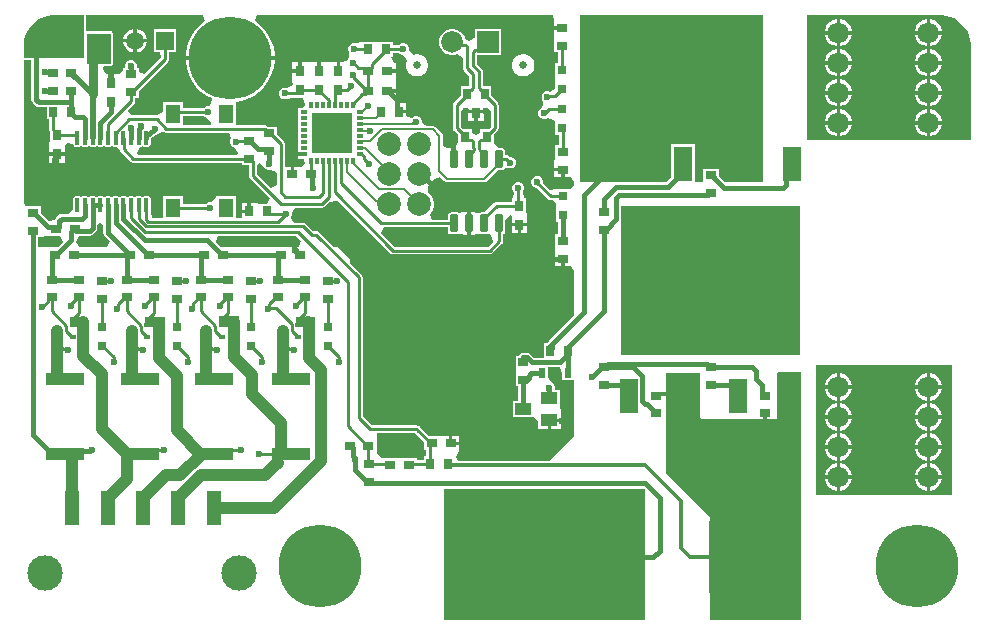
<source format=gtl>
G04*
G04 #@! TF.GenerationSoftware,Altium Limited,Altium Designer,21.1.0 (24)*
G04*
G04 Layer_Physical_Order=1*
G04 Layer_Color=255*
%FSLAX25Y25*%
%MOIN*%
G70*
G04*
G04 #@! TF.SameCoordinates,8E11B689-D9C9-4360-AAA9-F91F00066FD3*
G04*
G04*
G04 #@! TF.FilePolarity,Positive*
G04*
G01*
G75*
%ADD10C,0.00984*%
%ADD13C,0.00787*%
%ADD20R,0.01181X0.02362*%
%ADD21R,0.02362X0.01181*%
%ADD22R,0.13583X0.13583*%
%ADD24R,0.02953X0.03150*%
%ADD26R,0.02008X0.01575*%
%ADD27R,0.03150X0.03543*%
%ADD29R,0.06299X0.11811*%
%ADD30R,0.23622X0.23622*%
%ADD32R,0.10827X0.24410*%
%ADD36R,0.05000X0.11496*%
%ADD37O,0.01575X0.04724*%
%ADD39C,0.27559*%
%ADD40C,0.07874*%
%ADD47C,0.11811*%
%ADD49R,0.02756X0.03543*%
%ADD50R,0.03543X0.02756*%
G04:AMPARAMS|DCode=51|XSize=23.62mil|YSize=57.09mil|CornerRadius=2.01mil|HoleSize=0mil|Usage=FLASHONLY|Rotation=180.000|XOffset=0mil|YOffset=0mil|HoleType=Round|Shape=RoundedRectangle|*
%AMROUNDEDRECTD51*
21,1,0.02362,0.05307,0,0,180.0*
21,1,0.01961,0.05709,0,0,180.0*
1,1,0.00402,-0.00980,0.02653*
1,1,0.00402,0.00980,0.02653*
1,1,0.00402,0.00980,-0.02653*
1,1,0.00402,-0.00980,-0.02653*
%
%ADD51ROUNDEDRECTD51*%
%ADD52R,0.03150X0.03799*%
%ADD53R,0.05118X0.06102*%
%ADD54R,0.03799X0.03150*%
%ADD55R,0.05512X0.03937*%
%ADD56R,0.02480X0.03268*%
%ADD57R,0.12520X0.04016*%
%ADD58C,0.01500*%
%ADD59C,0.01000*%
%ADD60C,0.03937*%
%ADD61C,0.01200*%
%ADD62C,0.02000*%
%ADD63C,0.03000*%
%ADD64R,0.07972X0.10039*%
%ADD65R,0.05906X0.05906*%
%ADD66C,0.05906*%
%ADD67C,0.02657*%
%ADD68C,0.07205*%
%ADD69R,0.07205X0.07205*%
%ADD70C,0.07087*%
%ADD71C,0.02362*%
G36*
X178232Y201150D02*
Y199409D01*
X181004D01*
Y198228D01*
X178232D01*
Y196959D01*
X178232Y196441D01*
X178445Y194561D01*
Y190748D01*
X179691D01*
Y187204D01*
X178740D01*
Y182874D01*
X178740Y182480D01*
Y180905D01*
X178740Y180511D01*
Y178895D01*
X178177Y178372D01*
X176953Y177697D01*
X176573Y177854D01*
X175789D01*
X175066Y177555D01*
X174512Y177001D01*
X174213Y176277D01*
Y175494D01*
X174512Y174771D01*
X174850Y174433D01*
X174873Y174398D01*
X174783Y173343D01*
X174458Y172338D01*
X173983Y172141D01*
X173430Y171588D01*
X173130Y170864D01*
Y170081D01*
X173430Y169357D01*
X173983Y168804D01*
X174707Y168504D01*
X175490D01*
X176214Y168804D01*
X176288Y168878D01*
X178308Y168331D01*
X178311Y168329D01*
X178740Y167520D01*
Y163189D01*
X179987D01*
Y159744D01*
X178740D01*
Y155932D01*
X178527Y154051D01*
X178528Y153533D01*
Y152264D01*
X181299D01*
Y151673D01*
X181890D01*
Y149295D01*
X183071D01*
X184071Y149295D01*
X185039Y147728D01*
Y146464D01*
X183563Y145276D01*
X183071Y145276D01*
X179035D01*
Y145276D01*
X177067Y144966D01*
X174803Y147230D01*
Y147931D01*
X174504Y148654D01*
X173950Y149208D01*
X173226Y149508D01*
X172443D01*
X171720Y149208D01*
X171166Y148654D01*
X170866Y147931D01*
Y147148D01*
X171166Y146424D01*
X171720Y145871D01*
X172443Y145571D01*
X172750D01*
X176336Y141985D01*
X176761Y141701D01*
X177264Y141601D01*
X177986D01*
X179035Y140551D01*
Y138976D01*
X179035Y138583D01*
Y134252D01*
X179781D01*
Y130118D01*
X178839D01*
Y126306D01*
X178626Y124425D01*
X178626Y123907D01*
Y122638D01*
X181398D01*
Y122047D01*
X181988D01*
Y119669D01*
X183071D01*
X184169Y119669D01*
X185039Y118061D01*
Y103103D01*
X176586Y94650D01*
X176335Y94273D01*
X175959Y94022D01*
X175834Y93898D01*
X174902D01*
Y88997D01*
X171586D01*
X170400Y90183D01*
X169891Y90523D01*
X169291Y90642D01*
X168110D01*
X167510Y90523D01*
X167002Y90183D01*
X166662Y89675D01*
X166660Y89665D01*
X165551D01*
Y85335D01*
X165551Y85335D01*
Y83760D01*
X165551D01*
X165551Y83366D01*
Y79429D01*
X166543D01*
Y74606D01*
X164665D01*
Y69095D01*
X171146D01*
X171752Y69095D01*
X173114Y67690D01*
Y65142D01*
X176279D01*
Y68110D01*
X176870D01*
Y68701D01*
X180626D01*
Y70954D01*
X180626Y71079D01*
X180413Y72959D01*
Y78347D01*
X178972D01*
X178839Y78545D01*
Y79329D01*
X178539Y80052D01*
X177985Y80606D01*
X177965Y80614D01*
X177174Y81073D01*
X176392Y82567D01*
X176378Y82832D01*
Y85862D01*
X180245D01*
X181102Y84026D01*
Y81535D01*
X185039D01*
Y62992D01*
X176611Y54564D01*
X146597D01*
X145904Y55315D01*
X145602Y55926D01*
X146550Y57858D01*
X146797D01*
Y59842D01*
X143898D01*
Y60433D01*
X143307D01*
Y63008D01*
X142166D01*
X140998Y63008D01*
X139118Y62795D01*
X136768D01*
X133834Y65729D01*
X133596Y66086D01*
X133170Y66370D01*
X132667Y66470D01*
X117670D01*
X114600Y69540D01*
Y115748D01*
X114500Y116250D01*
X114216Y116676D01*
X110236Y120656D01*
Y122047D01*
X106299Y125984D01*
X104908D01*
X100042Y130849D01*
X99616Y131134D01*
X99114Y131234D01*
X98181D01*
X95737Y133679D01*
X95311Y133963D01*
X94809Y134063D01*
X91698D01*
X91140Y134981D01*
X90743Y136031D01*
X90945Y136518D01*
Y137301D01*
X92200Y139042D01*
X101181D01*
X101683Y139142D01*
X102109Y139426D01*
X103732Y141049D01*
X105857Y141356D01*
X106270Y141295D01*
X123782Y123782D01*
X124206Y123499D01*
X124705Y123400D01*
X156890D01*
X157389Y123499D01*
X157812Y123782D01*
X160982Y126952D01*
X161264Y127375D01*
X161364Y127874D01*
Y130163D01*
X161425Y130175D01*
X161752Y130394D01*
X161970Y130721D01*
X162047Y131106D01*
Y135001D01*
X164003Y136443D01*
X164267Y136359D01*
X164256Y136266D01*
X164256Y135098D01*
Y133957D01*
X166831D01*
X169405D01*
Y135098D01*
X169405Y136266D01*
X169193Y138146D01*
Y142352D01*
X168223D01*
X167946Y144321D01*
X168106Y144481D01*
X168405Y145204D01*
Y145987D01*
X168106Y146711D01*
X167552Y147265D01*
X166829Y147564D01*
X166045D01*
X165322Y147265D01*
X164768Y146711D01*
X164469Y145987D01*
Y145204D01*
X164768Y144481D01*
X164928Y144321D01*
X164651Y142352D01*
X164469D01*
Y140978D01*
X159291D01*
X158789Y140878D01*
X158363Y140594D01*
X155191Y137421D01*
X154079D01*
X153776Y137361D01*
X153313Y137340D01*
X153313Y137340D01*
X153313Y137340D01*
X152602Y137333D01*
X151508Y137545D01*
X151444Y137557D01*
X151039Y137638D01*
X150650D01*
Y133760D01*
Y129882D01*
X151039D01*
X151444Y129963D01*
X151508Y129975D01*
X152602Y130186D01*
X153313Y130179D01*
X153776Y130159D01*
X154079Y130099D01*
X156039D01*
X156425Y130175D01*
X156616Y130236D01*
X157519Y129794D01*
X157929Y127589D01*
X156349Y126009D01*
X125245D01*
X120768Y130487D01*
X121583Y132455D01*
X143071D01*
Y131106D01*
X143148Y130721D01*
X143366Y130394D01*
X143693Y130175D01*
X144079Y130099D01*
X146039D01*
X146343Y130159D01*
X146805Y130179D01*
X147516Y130186D01*
X148610Y129975D01*
X148674Y129963D01*
X149079Y129882D01*
X149469D01*
Y133760D01*
Y137638D01*
X149232D01*
X149079Y137638D01*
X148487Y137536D01*
X147822Y137460D01*
X146861Y137357D01*
X146039Y137421D01*
X144079Y137421D01*
X143693Y137344D01*
X143366Y137126D01*
X143148Y136799D01*
X143071Y136413D01*
Y135064D01*
X137856D01*
X137041Y137033D01*
X137304Y137296D01*
X137926Y138373D01*
X138248Y139575D01*
Y140819D01*
X137926Y142020D01*
X137304Y143098D01*
X136425Y143977D01*
X136493Y146211D01*
X136555Y146246D01*
X137474Y147166D01*
X138124Y148291D01*
X138216Y148635D01*
X140320Y149307D01*
X140329Y149306D01*
X141834Y147801D01*
X141834Y147801D01*
X142225Y147540D01*
X142686Y147449D01*
X142686Y147449D01*
X155169D01*
X155169Y147449D01*
X155630Y147540D01*
X156020Y147801D01*
X159774Y151555D01*
X161039D01*
X161425Y151632D01*
X161752Y151850D01*
X162233Y152155D01*
X163290Y152067D01*
X164073D01*
X164796Y152367D01*
X165350Y152920D01*
X165650Y153644D01*
Y154427D01*
X165350Y155150D01*
X164796Y155704D01*
X164073Y156004D01*
X163526D01*
X163391Y156139D01*
X162967Y156422D01*
X162468Y156521D01*
X162047D01*
Y157870D01*
X161970Y158256D01*
X161752Y158582D01*
X161425Y158801D01*
X161039Y158878D01*
X159911D01*
X158749Y159890D01*
X158465Y160763D01*
Y163411D01*
X159584Y164530D01*
X159867Y164953D01*
X159966Y165453D01*
Y173228D01*
X159867Y173728D01*
X159584Y174151D01*
X157480Y176254D01*
Y179528D01*
X154659D01*
Y184426D01*
X154560Y184925D01*
X154277Y185349D01*
X152690Y186935D01*
Y189803D01*
X160689D01*
Y198583D01*
X151909D01*
Y195615D01*
X151688Y195402D01*
X150014Y194614D01*
X148711Y195393D01*
X148579Y195887D01*
X148001Y196888D01*
X147184Y197706D01*
X146183Y198284D01*
X145066Y198583D01*
X143910D01*
X142794Y198284D01*
X141793Y197706D01*
X140975Y196888D01*
X140398Y195887D01*
X140098Y194771D01*
Y193615D01*
X140398Y192499D01*
X140975Y191498D01*
X141793Y190680D01*
X142794Y190102D01*
X143910Y189803D01*
X145066D01*
X146183Y190102D01*
X148097Y188935D01*
Y185573D01*
X148196Y185074D01*
X148479Y184650D01*
X150066Y183064D01*
Y179528D01*
X147244D01*
Y177587D01*
X147219Y177461D01*
X147244Y177335D01*
Y176254D01*
X145141Y174151D01*
X144858Y173728D01*
X144758Y173228D01*
Y165453D01*
X144858Y164953D01*
X145141Y164530D01*
X146260Y163411D01*
Y160993D01*
X146152Y160065D01*
X144723Y159094D01*
X144079D01*
X143610Y159001D01*
X143330Y158814D01*
X142699Y158950D01*
X141362Y159508D01*
Y162894D01*
X141362Y162894D01*
X141270Y163355D01*
X141009Y163745D01*
X141009Y163745D01*
X138745Y166009D01*
X138355Y166270D01*
X137894Y166362D01*
X137894Y166362D01*
X136123D01*
X134350Y167227D01*
Y168010D01*
X134051Y168733D01*
X133497Y169287D01*
X132773Y169587D01*
X131990D01*
X131267Y169287D01*
X131020Y169040D01*
X129570Y169359D01*
X129051Y169643D01*
Y170472D01*
X126673D01*
Y171653D01*
X129051D01*
Y173835D01*
X126900D01*
X125636Y175279D01*
X125636Y175803D01*
Y177264D01*
X122736D01*
Y178445D01*
X125636D01*
Y180102D01*
X125636Y180429D01*
Y182071D01*
X125636Y182398D01*
Y184055D01*
X122736D01*
Y185236D01*
X125636D01*
Y187221D01*
X124931D01*
X123879Y189189D01*
X123934Y189272D01*
X124606D01*
Y190518D01*
X126678D01*
X127034Y190162D01*
X127758Y189862D01*
X128181D01*
X128969Y188860D01*
X129314Y188052D01*
X129229Y187905D01*
X128977Y186963D01*
Y185989D01*
X129229Y185048D01*
X129716Y184204D01*
X130405Y183516D01*
X131249Y183028D01*
X132190Y182776D01*
X133164D01*
X134105Y183028D01*
X134949Y183516D01*
X135638Y184204D01*
X136125Y185048D01*
X136377Y185989D01*
Y186963D01*
X136125Y187905D01*
X135638Y188748D01*
X134949Y189437D01*
X134105Y189924D01*
X133164Y190176D01*
X132190D01*
X131668Y190036D01*
X130439Y191009D01*
X130118Y191439D01*
Y192222D01*
X129818Y192946D01*
X129265Y193500D01*
X128541Y193799D01*
X127758D01*
X127034Y193500D01*
X126678Y193143D01*
X124606D01*
Y194390D01*
X120669D01*
X120276Y194390D01*
Y194390D01*
X118701D01*
Y194390D01*
X114370D01*
X114370Y194390D01*
X112402Y193774D01*
X112104Y193898D01*
X111321D01*
X110598Y193598D01*
X110044Y193044D01*
X109744Y192321D01*
Y191538D01*
X110044Y190814D01*
X110094Y189220D01*
X109759Y188527D01*
X109552Y188320D01*
X108036Y187496D01*
X107433Y187447D01*
X107087D01*
Y184547D01*
X105905D01*
Y187447D01*
X104642D01*
X102673Y187447D01*
X101953Y187447D01*
X100689D01*
Y184547D01*
X99508D01*
Y187447D01*
X98244D01*
X96276Y187447D01*
X95555Y187447D01*
X94291D01*
Y184547D01*
X93701D01*
Y183957D01*
X91126D01*
Y182816D01*
X91126Y181648D01*
X91317Y179960D01*
X90768Y179518D01*
X89370Y178912D01*
X89073Y179035D01*
X88289D01*
X87566Y178736D01*
X87012Y178182D01*
X86713Y177459D01*
Y176675D01*
X87012Y175952D01*
X87566Y175398D01*
X88289Y175098D01*
X89073D01*
X89490Y175271D01*
X91339Y175561D01*
X91339Y175561D01*
X91339Y175561D01*
X94286D01*
X94776Y175434D01*
X95487Y173214D01*
X94804Y172146D01*
X93110D01*
Y167421D01*
Y163484D01*
Y158579D01*
X92898D01*
Y157579D01*
X93110D01*
Y157579D01*
X95079D01*
Y156398D01*
X92898D01*
Y155398D01*
X94992D01*
X95498Y153429D01*
X94095Y152657D01*
X94041Y152673D01*
Y152673D01*
X91732D01*
Y150098D01*
X90551D01*
Y152673D01*
X88616D01*
Y160335D01*
X88516Y160837D01*
X88231Y161263D01*
X85925Y163569D01*
Y166043D01*
X83057D01*
X82818Y166282D01*
X82392Y166567D01*
X81890Y166667D01*
X72342D01*
Y174114D01*
X73933Y174561D01*
X76146Y175280D01*
X78219Y176336D01*
X80101Y177703D01*
X81746Y179348D01*
X83113Y181230D01*
X84169Y183303D01*
X84888Y185515D01*
X85252Y187813D01*
Y188386D01*
X55693D01*
Y187813D01*
X56057Y185515D01*
X56776Y183303D01*
X57832Y181230D01*
X59199Y179348D01*
X60844Y177703D01*
X62726Y176336D01*
X64311Y175528D01*
X64397Y175437D01*
X64274Y174752D01*
X63581Y172933D01*
X62797D01*
X62074Y172633D01*
X61710Y172269D01*
X54626D01*
Y174114D01*
X47933D01*
Y171019D01*
X47420Y170555D01*
X45965Y169749D01*
X45926Y169757D01*
X37340D01*
X36518Y171301D01*
X36465Y171666D01*
X38330Y173530D01*
X38614Y173956D01*
X38714Y174459D01*
Y175492D01*
X39961D01*
Y177966D01*
X49649Y187654D01*
X49933Y188080D01*
X50033Y188583D01*
Y190945D01*
X52461D01*
Y198425D01*
X44980D01*
Y190945D01*
X47046D01*
X47258Y188976D01*
X41779Y183498D01*
X39961Y184251D01*
Y185728D01*
X39372D01*
X39272Y185878D01*
Y186661D01*
X38972Y187385D01*
X38418Y187938D01*
X37695Y188238D01*
X36912D01*
X36188Y187938D01*
X35634Y187385D01*
X35335Y186661D01*
Y185878D01*
X35235Y185728D01*
X34843D01*
Y184617D01*
X33333Y183510D01*
X32874Y183510D01*
X31348D01*
Y180610D01*
X30167D01*
Y183510D01*
X29393D01*
X28523Y184457D01*
X28120Y185452D01*
X28466Y186205D01*
X30610D01*
X30918Y186266D01*
X31178Y186440D01*
X31352Y186701D01*
X31413Y187008D01*
Y197047D01*
X31352Y197354D01*
X31178Y197615D01*
X30918Y197789D01*
X30610Y197850D01*
X22638D01*
X22456Y197999D01*
Y203119D01*
X24425Y203119D01*
X61444D01*
X62084Y201150D01*
X60844Y200250D01*
X59199Y198605D01*
X57832Y196722D01*
X56776Y194650D01*
X56057Y192437D01*
X55693Y190140D01*
Y189567D01*
X85252D01*
Y190140D01*
X84888Y192437D01*
X84169Y194650D01*
X83113Y196722D01*
X81746Y198605D01*
X80101Y200250D01*
X78861Y201150D01*
X79501Y203119D01*
X178120Y203119D01*
X178232Y201150D01*
D02*
G37*
G36*
X11811Y203119D02*
X21654D01*
X21654Y188875D01*
X1606Y188875D01*
Y192913D01*
X1606Y192913D01*
Y193582D01*
X1780Y194909D01*
X2127Y196201D01*
X2638Y197437D01*
X3307Y198595D01*
X4122Y199657D01*
X5068Y200603D01*
X6129Y201417D01*
X7288Y202086D01*
X8524Y202598D01*
X9816Y202944D01*
X11142Y203119D01*
X11811D01*
X11811Y203119D01*
D02*
G37*
G36*
X62074Y169296D02*
X62797Y168996D01*
X64092Y167390D01*
X64160Y167177D01*
X64041Y166667D01*
X54626D01*
Y169660D01*
X61710D01*
X62074Y169296D01*
D02*
G37*
G36*
X149787Y170445D02*
Y167799D01*
X151772D01*
Y170571D01*
X152953D01*
Y167799D01*
X154937D01*
Y170445D01*
X156905Y171497D01*
X157357Y171195D01*
Y165993D01*
X156620Y165256D01*
X153740D01*
Y163971D01*
X152362Y163174D01*
X150984Y163971D01*
Y165256D01*
X148105D01*
X147368Y165993D01*
Y171196D01*
X147819Y171497D01*
X149787Y170445D01*
D02*
G37*
G36*
X309082Y202944D02*
X310374Y202598D01*
X311610Y202086D01*
X312769Y201417D01*
X313830Y200603D01*
X314776Y199657D01*
X315590Y198595D01*
X316259Y197437D01*
X316771Y196201D01*
X317117Y194909D01*
X317292Y193582D01*
Y192913D01*
Y161417D01*
X262795Y161417D01*
Y203119D01*
X307087D01*
X307087Y203119D01*
X307755D01*
X309082Y202944D01*
D02*
G37*
G36*
X48513Y164142D02*
X49016Y164042D01*
X69891D01*
X70772Y162139D01*
X70472Y161415D01*
Y160632D01*
X70772Y159908D01*
X71326Y159355D01*
X72049Y159055D01*
X72974Y157087D01*
X72597Y156628D01*
X39819D01*
X39498Y157067D01*
X39466Y157519D01*
X39612Y157991D01*
X40374Y159205D01*
X40575Y159245D01*
X40575Y159245D01*
X41096Y159593D01*
X41384D01*
X41752Y159347D01*
X41905Y159245D01*
X41905Y159245D01*
X42520Y159123D01*
X43134Y159245D01*
X43655Y159593D01*
X43655Y159593D01*
X43758Y159746D01*
X44003Y160114D01*
X44125Y160728D01*
Y162141D01*
X44587Y162450D01*
X45524Y163386D01*
X45667D01*
X46391Y163686D01*
X47570Y164200D01*
X48513Y164142D01*
D02*
G37*
G36*
X248031Y147638D02*
X235091D01*
X233268Y149461D01*
Y151969D01*
X228150D01*
Y147638D01*
X225394D01*
Y160335D01*
X217520D01*
Y149166D01*
X215992Y147638D01*
X187106D01*
X187106Y203119D01*
X248031Y203119D01*
Y147638D01*
D02*
G37*
G36*
X81496Y153053D02*
X81796Y152330D01*
X82349Y151776D01*
X83073Y151476D01*
X83856D01*
X84022Y151545D01*
X85567Y150815D01*
X85991Y150403D01*
Y146406D01*
X84022Y145590D01*
X79356Y150256D01*
Y153317D01*
X80198Y153733D01*
X81496Y153053D01*
D02*
G37*
G36*
X4141Y175017D02*
X4261Y174418D01*
X4600Y173909D01*
X5479Y173030D01*
X5988Y172691D01*
X6587Y172571D01*
X9301D01*
Y168405D01*
X10154D01*
Y164744D01*
X10254Y164242D01*
X10335Y164121D01*
Y161670D01*
X10122Y159789D01*
X10122Y158622D01*
Y157480D01*
X12697D01*
X15272D01*
Y158622D01*
X15272Y159789D01*
X15258Y159908D01*
X15938Y160669D01*
X16334Y160681D01*
X18005Y160114D01*
X18005Y160114D01*
X18250Y159746D01*
X18353Y159593D01*
X18353Y159593D01*
X18874Y159245D01*
X19488Y159123D01*
X19488Y159123D01*
X19669Y159159D01*
X20103Y159245D01*
X20103Y159245D01*
X20624Y159593D01*
X20912D01*
X21433Y159245D01*
X22047Y159123D01*
X22662Y159245D01*
X23183Y159593D01*
X23471D01*
X23992Y159245D01*
X24606Y159123D01*
X25221Y159245D01*
X25742Y159593D01*
X26030D01*
X26551Y159245D01*
X27165Y159123D01*
X27780Y159245D01*
X28301Y159593D01*
X28589D01*
X28957Y159347D01*
X29110Y159245D01*
X29110Y159245D01*
X29724Y159123D01*
X30339Y159245D01*
X31004Y159531D01*
X31669Y159245D01*
X32283Y159123D01*
X33279Y158703D01*
X33740Y158049D01*
X34024Y157623D01*
X37261Y154387D01*
X37687Y154102D01*
X38189Y154002D01*
X74213D01*
Y153150D01*
X76731D01*
Y149713D01*
X76831Y149210D01*
X77115Y148784D01*
X83577Y142323D01*
X82761Y140354D01*
X80512D01*
Y140354D01*
X79150Y140567D01*
X79150Y140567D01*
X78631Y140567D01*
X77362D01*
Y137795D01*
X76772D01*
Y137205D01*
X74394D01*
Y135663D01*
X72342D01*
Y142815D01*
X65650D01*
Y142265D01*
X64171Y140748D01*
X63388D01*
X62665Y140448D01*
X62300Y140084D01*
X54626D01*
Y142815D01*
X47933D01*
Y135663D01*
X44480D01*
X43975Y137631D01*
X44003Y137673D01*
X44125Y138287D01*
Y141437D01*
X44003Y142051D01*
X43758Y142419D01*
X43655Y142572D01*
X43655Y142572D01*
X43134Y142920D01*
X42520Y143043D01*
X41905Y142920D01*
X41905Y142920D01*
X41384Y142572D01*
X41096D01*
X40575Y142920D01*
X39961Y143043D01*
X39346Y142920D01*
X38825Y142572D01*
X38537D01*
X38016Y142920D01*
X37402Y143043D01*
X36787Y142920D01*
X36266Y142572D01*
X35978D01*
X35457Y142920D01*
X34843Y143043D01*
X34228Y142920D01*
X33707Y142572D01*
X33419D01*
X32898Y142920D01*
X32283Y143043D01*
X31669Y142920D01*
X31148Y142572D01*
X30860D01*
X30339Y142920D01*
X29724Y143043D01*
X29110Y142920D01*
X28589Y142572D01*
X28301D01*
X27780Y142920D01*
X27165Y143043D01*
X26551Y142920D01*
X26030Y142572D01*
X25742D01*
X25221Y142920D01*
X24606Y143043D01*
X23992Y142920D01*
X23471Y142572D01*
X23183D01*
X22815Y142818D01*
X22662Y142920D01*
X22662Y142920D01*
X22047Y143043D01*
X21433Y142920D01*
X20768Y142634D01*
X20103Y142920D01*
X19488Y143043D01*
X19488Y143043D01*
X18874Y142920D01*
X18874Y142920D01*
X18874Y142920D01*
X18353Y142572D01*
X18005Y142051D01*
X18005Y142051D01*
X17883Y141437D01*
X17883Y141437D01*
X17883Y141395D01*
X17883Y141395D01*
X17883Y141395D01*
Y138287D01*
X16370Y136925D01*
X16305Y136895D01*
X14265D01*
X13665Y136776D01*
X13156Y136436D01*
X12344Y135624D01*
X12005Y135116D01*
X11972Y135065D01*
X11721Y134965D01*
X10115Y134651D01*
X9977Y134661D01*
X7283Y137355D01*
Y139469D01*
X2165D01*
X1606Y141205D01*
Y188073D01*
X4141D01*
Y175017D01*
D02*
G37*
G36*
X9616Y129527D02*
Y129528D01*
X13789D01*
X14604Y127559D01*
X13029Y125984D01*
X6292D01*
Y129232D01*
X7283D01*
Y129232D01*
X9252Y129706D01*
X9616Y129527D01*
D02*
G37*
G36*
X94160Y127803D02*
X93406Y125984D01*
X67207D01*
X65639Y127553D01*
X66454Y129521D01*
X92441D01*
X94160Y127803D01*
D02*
G37*
G36*
X28157Y133158D02*
Y130571D01*
X28276Y129971D01*
X28616Y129463D01*
X30276Y127803D01*
X29522Y125984D01*
X20191D01*
X19674Y126629D01*
X19181Y127559D01*
X19922Y129528D01*
X21289D01*
Y129732D01*
X23728D01*
X24328Y129851D01*
X24836Y130191D01*
X25715Y131070D01*
X26054Y131578D01*
X26174Y132178D01*
Y133158D01*
X27165Y133784D01*
X28157Y133158D01*
D02*
G37*
G36*
X21260Y99213D02*
X17137D01*
Y99687D01*
X17037Y100190D01*
X17028Y100204D01*
Y102657D01*
X21260D01*
Y99213D01*
D02*
G37*
G36*
X98561D02*
X92373Y99213D01*
Y100180D01*
X92273Y100682D01*
X92224Y100755D01*
X92224Y102657D01*
X98561Y102657D01*
X98561Y99213D01*
D02*
G37*
G36*
X48622Y102657D02*
Y99213D01*
X42039Y99213D01*
Y99687D01*
X41939Y100190D01*
X41880Y100278D01*
Y102657D01*
X48622Y102657D01*
D02*
G37*
G36*
X73543Y102953D02*
X73543Y99114D01*
X66743Y99114D01*
Y99687D01*
X66643Y100190D01*
X66614Y100233D01*
X66614Y102953D01*
X73543Y102953D01*
D02*
G37*
G36*
X260433Y90059D02*
X200689D01*
X200596Y136879D01*
X203377Y139665D01*
X260433D01*
Y90059D01*
D02*
G37*
G36*
X260827Y67323D02*
Y1606D01*
X230315D01*
Y35925D01*
X218307Y47933D01*
Y47933D01*
X215846Y50394D01*
Y84055D01*
X227165D01*
Y69193D01*
X227756Y68602D01*
X252559D01*
Y83938D01*
X252953Y84252D01*
X260827D01*
Y67323D01*
D02*
G37*
G36*
X134911Y60939D02*
Y58071D01*
X135794D01*
Y56102D01*
X134941D01*
Y54856D01*
X132707D01*
Y55709D01*
X127333D01*
Y55709D01*
X126407D01*
Y55709D01*
X121125D01*
X120504Y55786D01*
X119216Y57130D01*
X119222Y57284D01*
X119222D01*
Y62008D01*
X119222D01*
X119540Y63845D01*
X132006D01*
X134911Y60939D01*
D02*
G37*
G36*
X311024Y43307D02*
X265748Y43307D01*
X265748Y86614D01*
X311024Y86614D01*
X311024Y43307D01*
D02*
G37*
G36*
X141732Y45276D02*
X208661D01*
Y1606D01*
X208661Y1606D01*
X141732D01*
X141732Y45276D01*
X141732Y45276D01*
D02*
G37*
%LPC*%
G36*
X39311Y198619D02*
Y195276D01*
X42654D01*
X42404Y196211D01*
X41884Y197112D01*
X41148Y197848D01*
X40246Y198368D01*
X39311Y198619D01*
D02*
G37*
G36*
X38130D02*
X37195Y198368D01*
X36293Y197848D01*
X35557Y197112D01*
X35037Y196211D01*
X34786Y195276D01*
X38130D01*
Y198619D01*
D02*
G37*
G36*
X42654Y194095D02*
X39311D01*
Y190751D01*
X40246Y191002D01*
X41148Y191522D01*
X41884Y192258D01*
X42404Y193159D01*
X42654Y194095D01*
D02*
G37*
G36*
X38130D02*
X34786D01*
X35037Y193159D01*
X35557Y192258D01*
X36293Y191522D01*
X37195Y191002D01*
X38130Y190751D01*
Y194095D01*
D02*
G37*
G36*
X93110Y187447D02*
X91126D01*
Y185138D01*
X93110D01*
Y187447D01*
D02*
G37*
G36*
X168597Y190176D02*
X167623D01*
X166682Y189924D01*
X165838Y189437D01*
X165149Y188748D01*
X164662Y187905D01*
X164410Y186963D01*
Y185989D01*
X164662Y185048D01*
X165149Y184204D01*
X165838Y183516D01*
X166682Y183028D01*
X167623Y182776D01*
X168597D01*
X169538Y183028D01*
X170382Y183516D01*
X171071Y184204D01*
X171558Y185048D01*
X171810Y185989D01*
Y186963D01*
X171558Y187905D01*
X171071Y188748D01*
X170382Y189437D01*
X169538Y189924D01*
X168597Y190176D01*
D02*
G37*
G36*
X180709Y151083D02*
X178528D01*
Y149295D01*
X180709D01*
Y151083D01*
D02*
G37*
G36*
X169405Y132776D02*
X167421D01*
Y130466D01*
X169405D01*
Y132776D01*
D02*
G37*
G36*
X166240D02*
X164256D01*
Y130466D01*
X166240D01*
Y132776D01*
D02*
G37*
G36*
X180807Y121457D02*
X178626D01*
Y119669D01*
X180807D01*
Y121457D01*
D02*
G37*
G36*
X180626Y67520D02*
X177461D01*
Y65142D01*
X180626D01*
Y67520D01*
D02*
G37*
G36*
X144488Y63008D02*
Y61024D01*
X146797D01*
Y63008D01*
X144488D01*
D02*
G37*
G36*
X303748Y201866D02*
X303740D01*
Y197913D01*
X307693D01*
Y197921D01*
X307383Y199076D01*
X306785Y200113D01*
X305939Y200958D01*
X304903Y201556D01*
X303748Y201866D01*
D02*
G37*
G36*
X273748D02*
X273740D01*
Y197913D01*
X277693D01*
Y197921D01*
X277383Y199076D01*
X276785Y200113D01*
X275939Y200958D01*
X274903Y201556D01*
X273748Y201866D01*
D02*
G37*
G36*
X302559D02*
X302552D01*
X301396Y201556D01*
X300360Y200958D01*
X299514Y200113D01*
X298916Y199076D01*
X298606Y197921D01*
Y197913D01*
X302559D01*
Y201866D01*
D02*
G37*
G36*
X272559D02*
X272551D01*
X271396Y201556D01*
X270360Y200958D01*
X269514Y200113D01*
X268916Y199076D01*
X268606Y197921D01*
Y197913D01*
X272559D01*
Y201866D01*
D02*
G37*
G36*
X307693Y196732D02*
X303740D01*
Y192780D01*
X303748D01*
X304903Y193089D01*
X305939Y193687D01*
X306785Y194533D01*
X307383Y195569D01*
X307693Y196725D01*
Y196732D01*
D02*
G37*
G36*
X302559D02*
X298606D01*
Y196725D01*
X298916Y195569D01*
X299514Y194533D01*
X300360Y193687D01*
X301396Y193089D01*
X302552Y192780D01*
X302559D01*
Y196732D01*
D02*
G37*
G36*
X277693D02*
X273740D01*
Y192780D01*
X273748D01*
X274903Y193089D01*
X275939Y193687D01*
X276785Y194533D01*
X277383Y195569D01*
X277693Y196725D01*
Y196732D01*
D02*
G37*
G36*
X272559D02*
X268606D01*
Y196725D01*
X268916Y195569D01*
X269514Y194533D01*
X270360Y193687D01*
X271396Y193089D01*
X272551Y192780D01*
X272559D01*
Y196732D01*
D02*
G37*
G36*
X303748Y191866D02*
X303740D01*
Y187913D01*
X307693D01*
Y187921D01*
X307383Y189076D01*
X306785Y190112D01*
X305939Y190958D01*
X304903Y191557D01*
X303748Y191866D01*
D02*
G37*
G36*
X273748D02*
X273740D01*
Y187913D01*
X277693D01*
Y187921D01*
X277383Y189076D01*
X276785Y190112D01*
X275939Y190958D01*
X274903Y191557D01*
X273748Y191866D01*
D02*
G37*
G36*
X302559D02*
X302552D01*
X301396Y191557D01*
X300360Y190958D01*
X299514Y190112D01*
X298916Y189076D01*
X298606Y187921D01*
Y187913D01*
X302559D01*
Y191866D01*
D02*
G37*
G36*
X272559D02*
X272551D01*
X271396Y191557D01*
X270360Y190958D01*
X269514Y190112D01*
X268916Y189076D01*
X268606Y187921D01*
Y187913D01*
X272559D01*
Y191866D01*
D02*
G37*
G36*
X307693Y186732D02*
X303740D01*
Y182780D01*
X303748D01*
X304903Y183089D01*
X305939Y183687D01*
X306785Y184533D01*
X307383Y185569D01*
X307693Y186725D01*
Y186732D01*
D02*
G37*
G36*
X302559D02*
X298606D01*
Y186725D01*
X298916Y185569D01*
X299514Y184533D01*
X300360Y183687D01*
X301396Y183089D01*
X302552Y182780D01*
X302559D01*
Y186732D01*
D02*
G37*
G36*
X277693D02*
X273740D01*
Y182780D01*
X273748D01*
X274903Y183089D01*
X275939Y183687D01*
X276785Y184533D01*
X277383Y185569D01*
X277693Y186725D01*
Y186732D01*
D02*
G37*
G36*
X272559D02*
X268606D01*
Y186725D01*
X268916Y185569D01*
X269514Y184533D01*
X270360Y183687D01*
X271396Y183089D01*
X272551Y182780D01*
X272559D01*
Y186732D01*
D02*
G37*
G36*
X303748Y181866D02*
X303740D01*
Y177913D01*
X307693D01*
Y177921D01*
X307383Y179077D01*
X306785Y180113D01*
X305939Y180958D01*
X304903Y181556D01*
X303748Y181866D01*
D02*
G37*
G36*
X273748D02*
X273740D01*
Y177913D01*
X277693D01*
Y177921D01*
X277383Y179077D01*
X276785Y180113D01*
X275939Y180958D01*
X274903Y181556D01*
X273748Y181866D01*
D02*
G37*
G36*
X302559D02*
X302552D01*
X301396Y181556D01*
X300360Y180958D01*
X299514Y180113D01*
X298916Y179077D01*
X298606Y177921D01*
Y177913D01*
X302559D01*
Y181866D01*
D02*
G37*
G36*
X272559D02*
X272551D01*
X271396Y181556D01*
X270360Y180958D01*
X269514Y180113D01*
X268916Y179077D01*
X268606Y177921D01*
Y177913D01*
X272559D01*
Y181866D01*
D02*
G37*
G36*
X307693Y176732D02*
X303740D01*
Y172780D01*
X303748D01*
X304903Y173089D01*
X305939Y173687D01*
X306785Y174533D01*
X307383Y175569D01*
X307693Y176725D01*
Y176732D01*
D02*
G37*
G36*
X302559D02*
X298606D01*
Y176725D01*
X298916Y175569D01*
X299514Y174533D01*
X300360Y173687D01*
X301396Y173089D01*
X302552Y172780D01*
X302559D01*
Y176732D01*
D02*
G37*
G36*
X277693D02*
X273740D01*
Y172780D01*
X273748D01*
X274903Y173089D01*
X275939Y173687D01*
X276785Y174533D01*
X277383Y175569D01*
X277693Y176725D01*
Y176732D01*
D02*
G37*
G36*
X272559D02*
X268606D01*
Y176725D01*
X268916Y175569D01*
X269514Y174533D01*
X270360Y173687D01*
X271396Y173089D01*
X272551Y172780D01*
X272559D01*
Y176732D01*
D02*
G37*
G36*
X303748Y171866D02*
X303740D01*
Y167913D01*
X307693D01*
Y167921D01*
X307383Y169077D01*
X306785Y170113D01*
X305939Y170958D01*
X304903Y171556D01*
X303748Y171866D01*
D02*
G37*
G36*
X273748D02*
X273740D01*
Y167913D01*
X277693D01*
Y167921D01*
X277383Y169077D01*
X276785Y170113D01*
X275939Y170958D01*
X274903Y171556D01*
X273748Y171866D01*
D02*
G37*
G36*
X302559D02*
X302552D01*
X301396Y171556D01*
X300360Y170958D01*
X299514Y170113D01*
X298916Y169077D01*
X298606Y167921D01*
Y167913D01*
X302559D01*
Y171866D01*
D02*
G37*
G36*
X272559D02*
X272551D01*
X271396Y171556D01*
X270360Y170958D01*
X269514Y170113D01*
X268916Y169077D01*
X268606Y167921D01*
Y167913D01*
X272559D01*
Y171866D01*
D02*
G37*
G36*
X307693Y166732D02*
X303740D01*
Y162779D01*
X303748D01*
X304903Y163089D01*
X305939Y163687D01*
X306785Y164533D01*
X307383Y165569D01*
X307693Y166725D01*
Y166732D01*
D02*
G37*
G36*
X302559D02*
X298606D01*
Y166725D01*
X298916Y165569D01*
X299514Y164533D01*
X300360Y163687D01*
X301396Y163089D01*
X302552Y162779D01*
X302559D01*
Y166732D01*
D02*
G37*
G36*
X277693D02*
X273740D01*
Y162779D01*
X273748D01*
X274903Y163089D01*
X275939Y163687D01*
X276785Y164533D01*
X277383Y165569D01*
X277693Y166725D01*
Y166732D01*
D02*
G37*
G36*
X272559D02*
X268606D01*
Y166725D01*
X268916Y165569D01*
X269514Y164533D01*
X270360Y163687D01*
X271396Y163089D01*
X272551Y162779D01*
X272559D01*
Y166732D01*
D02*
G37*
G36*
X15272Y156299D02*
X13287D01*
Y153990D01*
X15272D01*
Y156299D01*
D02*
G37*
G36*
X12106D02*
X10122D01*
Y153990D01*
X12106D01*
Y156299D01*
D02*
G37*
G36*
X76181Y140567D02*
X74394D01*
Y138386D01*
X76181D01*
Y140567D01*
D02*
G37*
G36*
X303748Y83756D02*
X303740D01*
Y79803D01*
X307693D01*
Y79811D01*
X307383Y80966D01*
X306785Y82002D01*
X305939Y82848D01*
X304903Y83446D01*
X303748Y83756D01*
D02*
G37*
G36*
X273748D02*
X273740D01*
Y79803D01*
X277693D01*
Y79811D01*
X277383Y80966D01*
X276785Y82002D01*
X275939Y82848D01*
X274903Y83446D01*
X273748Y83756D01*
D02*
G37*
G36*
X302559D02*
X302552D01*
X301396Y83446D01*
X300360Y82848D01*
X299514Y82002D01*
X298916Y80966D01*
X298606Y79811D01*
Y79803D01*
X302559D01*
Y83756D01*
D02*
G37*
G36*
X272559D02*
X272551D01*
X271396Y83446D01*
X270360Y82848D01*
X269514Y82002D01*
X268916Y80966D01*
X268606Y79811D01*
Y79803D01*
X272559D01*
Y83756D01*
D02*
G37*
G36*
X307693Y78622D02*
X303740D01*
Y74669D01*
X303748D01*
X304903Y74979D01*
X305939Y75577D01*
X306785Y76423D01*
X307383Y77459D01*
X307693Y78614D01*
Y78622D01*
D02*
G37*
G36*
X302559D02*
X298606D01*
Y78614D01*
X298916Y77459D01*
X299514Y76423D01*
X300360Y75577D01*
X301396Y74979D01*
X302552Y74669D01*
X302559D01*
Y78622D01*
D02*
G37*
G36*
X277693D02*
X273740D01*
Y74669D01*
X273748D01*
X274903Y74979D01*
X275939Y75577D01*
X276785Y76423D01*
X277383Y77459D01*
X277693Y78614D01*
Y78622D01*
D02*
G37*
G36*
X272559D02*
X268606D01*
Y78614D01*
X268916Y77459D01*
X269514Y76423D01*
X270360Y75577D01*
X271396Y74979D01*
X272551Y74669D01*
X272559D01*
Y78622D01*
D02*
G37*
G36*
X303748Y73756D02*
X303740D01*
Y69803D01*
X307693D01*
Y69811D01*
X307383Y70966D01*
X306785Y72002D01*
X305939Y72848D01*
X304903Y73446D01*
X303748Y73756D01*
D02*
G37*
G36*
X273748D02*
X273740D01*
Y69803D01*
X277693D01*
Y69811D01*
X277383Y70966D01*
X276785Y72002D01*
X275939Y72848D01*
X274903Y73446D01*
X273748Y73756D01*
D02*
G37*
G36*
X302559D02*
X302552D01*
X301396Y73446D01*
X300360Y72848D01*
X299514Y72002D01*
X298916Y70966D01*
X298606Y69811D01*
Y69803D01*
X302559D01*
Y73756D01*
D02*
G37*
G36*
X272559D02*
X272551D01*
X271396Y73446D01*
X270360Y72848D01*
X269514Y72002D01*
X268916Y70966D01*
X268606Y69811D01*
Y69803D01*
X272559D01*
Y73756D01*
D02*
G37*
G36*
X307693Y68622D02*
X303740D01*
Y64669D01*
X303748D01*
X304903Y64979D01*
X305939Y65577D01*
X306785Y66423D01*
X307383Y67459D01*
X307693Y68615D01*
Y68622D01*
D02*
G37*
G36*
X302559D02*
X298606D01*
Y68615D01*
X298916Y67459D01*
X299514Y66423D01*
X300360Y65577D01*
X301396Y64979D01*
X302552Y64669D01*
X302559D01*
Y68622D01*
D02*
G37*
G36*
X277693D02*
X273740D01*
Y64669D01*
X273748D01*
X274903Y64979D01*
X275939Y65577D01*
X276785Y66423D01*
X277383Y67459D01*
X277693Y68615D01*
Y68622D01*
D02*
G37*
G36*
X272559D02*
X268606D01*
Y68615D01*
X268916Y67459D01*
X269514Y66423D01*
X270360Y65577D01*
X271396Y64979D01*
X272551Y64669D01*
X272559D01*
Y68622D01*
D02*
G37*
G36*
X303748Y63756D02*
X303740D01*
Y59803D01*
X307693D01*
Y59811D01*
X307383Y60966D01*
X306785Y62002D01*
X305939Y62848D01*
X304903Y63446D01*
X303748Y63756D01*
D02*
G37*
G36*
X273748D02*
X273740D01*
Y59803D01*
X277693D01*
Y59811D01*
X277383Y60966D01*
X276785Y62002D01*
X275939Y62848D01*
X274903Y63446D01*
X273748Y63756D01*
D02*
G37*
G36*
X302559D02*
X302552D01*
X301396Y63446D01*
X300360Y62848D01*
X299514Y62002D01*
X298916Y60966D01*
X298606Y59811D01*
Y59803D01*
X302559D01*
Y63756D01*
D02*
G37*
G36*
X272559D02*
X272551D01*
X271396Y63446D01*
X270360Y62848D01*
X269514Y62002D01*
X268916Y60966D01*
X268606Y59811D01*
Y59803D01*
X272559D01*
Y63756D01*
D02*
G37*
G36*
X307693Y58622D02*
X303740D01*
Y54669D01*
X303748D01*
X304903Y54979D01*
X305939Y55577D01*
X306785Y56423D01*
X307383Y57459D01*
X307693Y58614D01*
Y58622D01*
D02*
G37*
G36*
X302559D02*
X298606D01*
Y58614D01*
X298916Y57459D01*
X299514Y56423D01*
X300360Y55577D01*
X301396Y54979D01*
X302552Y54669D01*
X302559D01*
Y58622D01*
D02*
G37*
G36*
X277693D02*
X273740D01*
Y54669D01*
X273748D01*
X274903Y54979D01*
X275939Y55577D01*
X276785Y56423D01*
X277383Y57459D01*
X277693Y58614D01*
Y58622D01*
D02*
G37*
G36*
X272559D02*
X268606D01*
Y58614D01*
X268916Y57459D01*
X269514Y56423D01*
X270360Y55577D01*
X271396Y54979D01*
X272551Y54669D01*
X272559D01*
Y58622D01*
D02*
G37*
G36*
X303748Y53756D02*
X303740D01*
Y49803D01*
X307693D01*
Y49811D01*
X307383Y50966D01*
X306785Y52002D01*
X305939Y52848D01*
X304903Y53446D01*
X303748Y53756D01*
D02*
G37*
G36*
X273748D02*
X273740D01*
Y49803D01*
X277693D01*
Y49811D01*
X277383Y50966D01*
X276785Y52002D01*
X275939Y52848D01*
X274903Y53446D01*
X273748Y53756D01*
D02*
G37*
G36*
X302559D02*
X302552D01*
X301396Y53446D01*
X300360Y52848D01*
X299514Y52002D01*
X298916Y50966D01*
X298606Y49811D01*
Y49803D01*
X302559D01*
Y53756D01*
D02*
G37*
G36*
X272559D02*
X272551D01*
X271396Y53446D01*
X270360Y52848D01*
X269514Y52002D01*
X268916Y50966D01*
X268606Y49811D01*
Y49803D01*
X272559D01*
Y53756D01*
D02*
G37*
G36*
X307693Y48622D02*
X303740D01*
Y44669D01*
X303748D01*
X304903Y44979D01*
X305939Y45577D01*
X306785Y46423D01*
X307383Y47459D01*
X307693Y48614D01*
Y48622D01*
D02*
G37*
G36*
X302559D02*
X298606D01*
Y48614D01*
X298916Y47459D01*
X299514Y46423D01*
X300360Y45577D01*
X301396Y44979D01*
X302552Y44669D01*
X302559D01*
Y48622D01*
D02*
G37*
G36*
X277693D02*
X273740D01*
Y44669D01*
X273748D01*
X274903Y44979D01*
X275939Y45577D01*
X276785Y46423D01*
X277383Y47459D01*
X277693Y48614D01*
Y48622D01*
D02*
G37*
G36*
X272559D02*
X268606D01*
Y48614D01*
X268916Y47459D01*
X269514Y46423D01*
X270360Y45577D01*
X271396Y44979D01*
X272551Y44669D01*
X272559D01*
Y48622D01*
D02*
G37*
%LPD*%
D10*
X105315Y144095D02*
X124705Y124705D01*
X156890D02*
X160059Y127874D01*
X124705Y124705D02*
X156890D01*
X107283Y147146D02*
Y154626D01*
Y147146D02*
X112598Y141831D01*
Y141831D02*
Y141831D01*
Y141831D02*
X120669Y133760D01*
X145059D01*
X160059Y127874D02*
Y133760D01*
X105315Y144095D02*
Y154626D01*
X28543Y191437D02*
X29035Y191929D01*
X163649Y154035D02*
X163681D01*
X160059Y155217D02*
X162468D01*
X163649Y154035D01*
X204035Y194882D02*
X215846Y183071D01*
X28543Y190453D02*
Y191437D01*
X156102Y191732D02*
Y197146D01*
X148524Y177461D02*
X149409Y176575D01*
X155864Y191494D02*
X156102Y191732D01*
X155315Y176575D02*
X158661Y173228D01*
Y165453D02*
Y173228D01*
X155315Y176969D02*
Y177362D01*
Y176575D02*
Y176969D01*
X156102Y162894D02*
X158661Y165453D01*
X156102Y162697D02*
Y162894D01*
X151962Y191494D02*
X155864D01*
X153354Y178825D02*
Y184426D01*
X151386Y186395D02*
Y190917D01*
X151962Y191494D01*
X151386Y186395D02*
X153354Y184426D01*
X154429Y178248D02*
X155315Y177362D01*
X153354Y178825D02*
X153931Y178248D01*
X154429D01*
X151370Y178825D02*
Y183604D01*
X149402Y185573D02*
X151370Y183604D01*
X150794Y178248D02*
X151370Y178825D01*
X149402Y185573D02*
Y192739D01*
X148825Y193316D02*
X149402Y192739D01*
X150295Y178248D02*
X150794D01*
X149409Y177362D02*
X150295Y178248D01*
X149409Y176969D02*
Y177362D01*
X146063Y173228D02*
X149409Y176575D01*
X144488Y194193D02*
X145365Y193316D01*
X148825D01*
X148622Y162697D02*
Y162894D01*
X148287Y162362D02*
X148622Y162697D01*
X146063Y165453D02*
Y173228D01*
Y165453D02*
X148622Y162894D01*
X153248Y159777D02*
Y160841D01*
X156102Y162500D02*
Y162697D01*
X153339Y158563D02*
Y159687D01*
X153248Y159777D02*
X153339Y159687D01*
X153248Y160841D02*
X153825Y161417D01*
X153339Y158563D02*
X153551Y158350D01*
Y158155D02*
Y158350D01*
Y158155D02*
X154128Y157579D01*
X153825Y161417D02*
X155020D01*
X154128Y157579D02*
X154370D01*
X155020Y161417D02*
X156102Y162500D01*
X148622D02*
Y162697D01*
X155059Y155217D02*
Y156890D01*
X154370Y157579D02*
X155059Y156890D01*
X150990Y157579D02*
X151567Y158155D01*
X150748Y157579D02*
X150990D01*
X149705Y161417D02*
X150900D01*
X151476Y160841D01*
X148622Y162500D02*
X149705Y161417D01*
X150059Y155217D02*
Y156890D01*
X150748Y157579D01*
X151567Y158155D02*
Y158953D01*
X151476Y159043D02*
Y160841D01*
Y159043D02*
X151567Y158953D01*
X148917Y171358D02*
X155807D01*
X204035Y194882D02*
Y194995D01*
X206317Y185099D02*
X207972Y183444D01*
X192342Y197165D02*
X201865D01*
X207972Y183071D02*
Y183444D01*
X206317Y185099D02*
Y185415D01*
X205413Y186319D02*
X206317Y185415D01*
X201865Y197165D02*
X204035Y194995D01*
X204724Y124016D02*
X208366D01*
X212402Y128051D01*
X193189Y186319D02*
X205413D01*
X192342Y187165D02*
X193189Y186319D01*
X171102Y30512D02*
Y37874D01*
X166849Y24684D02*
X171102Y28938D01*
X51279Y138976D02*
X51476Y138779D01*
X51279Y170276D02*
X51968Y170965D01*
X51476Y138779D02*
X63779D01*
X51968Y170965D02*
X63189D01*
D13*
X91191Y150148D02*
Y156545D01*
X91142Y150098D02*
X91191Y150148D01*
Y156545D02*
X91240Y156595D01*
X91474D02*
X91867Y156988D01*
X95079D01*
X91240Y156595D02*
X91474D01*
X113742Y170927D02*
X114333D01*
X116240Y172835D01*
X116240D01*
X113583Y170768D02*
X113742Y170927D01*
X113583Y168799D02*
X118898D01*
X120768Y170669D01*
Y171063D01*
X109449Y150886D02*
Y154429D01*
X118999Y141336D02*
X122385D01*
X123524Y140197D01*
X109449Y150886D02*
X118999Y141336D01*
X109252Y154626D02*
X109449Y154429D01*
X111221Y154035D02*
Y154626D01*
Y154035D02*
X119988Y145268D01*
X128453D01*
X133524Y140197D01*
X115445Y158866D02*
X123524Y150787D01*
Y150197D02*
Y150787D01*
X113673Y158866D02*
X115445D01*
X113583Y158957D02*
X113673Y158866D01*
X131168Y166831D02*
X131956Y167618D01*
X132382D01*
X113583Y166831D02*
X131168D01*
X113730Y164715D02*
X116781D01*
X116929Y164567D01*
X113583Y164862D02*
X113730Y164715D01*
X117126Y161122D02*
X121161Y165157D01*
X137894D01*
X113779Y161122D02*
X117126D01*
X137894Y165157D02*
X140157Y162894D01*
Y151181D02*
Y162894D01*
Y151181D02*
X142686Y148653D01*
X155169D01*
X160059Y153543D01*
Y155217D01*
X113583Y160925D02*
X113779Y161122D01*
D20*
X111221Y173130D02*
D03*
X109252D02*
D03*
X107283D02*
D03*
X105315D02*
D03*
X103347D02*
D03*
X101378D02*
D03*
X99410D02*
D03*
X97441D02*
D03*
Y154626D02*
D03*
X99410D02*
D03*
X101378D02*
D03*
X103347D02*
D03*
X105315D02*
D03*
X107283D02*
D03*
X109252D02*
D03*
X111221D02*
D03*
D21*
X113583Y156988D02*
D03*
Y158957D02*
D03*
Y160925D02*
D03*
Y162894D02*
D03*
Y164862D02*
D03*
Y166831D02*
D03*
Y168799D02*
D03*
Y170768D02*
D03*
X95079D02*
D03*
Y168799D02*
D03*
Y166831D02*
D03*
Y164862D02*
D03*
Y162894D02*
D03*
Y160925D02*
D03*
Y158957D02*
D03*
Y156988D02*
D03*
D22*
X104331Y163878D02*
D03*
D24*
X181299Y142913D02*
D03*
Y136614D02*
D03*
X181004Y178543D02*
D03*
Y184842D02*
D03*
X181004Y171850D02*
D03*
Y165551D02*
D03*
X103051Y93012D02*
D03*
Y99311D02*
D03*
X27815Y93012D02*
D03*
Y99311D02*
D03*
X52717Y93012D02*
D03*
Y99311D02*
D03*
X77421Y93012D02*
D03*
Y99311D02*
D03*
D26*
X62480Y97933D02*
D03*
X67559Y99901D02*
D03*
Y95964D02*
D03*
X93189Y95965D02*
D03*
Y99902D02*
D03*
X88110Y97933D02*
D03*
X42854Y95964D02*
D03*
Y99901D02*
D03*
X37776Y97933D02*
D03*
X17953Y95964D02*
D03*
Y99901D02*
D03*
X12874Y97933D02*
D03*
D27*
X152362Y170571D02*
D03*
X156102Y162697D02*
D03*
X148622D02*
D03*
D29*
X221457Y153642D02*
D03*
X203346D02*
D03*
X257776Y76279D02*
D03*
X239665D02*
D03*
X257776Y153642D02*
D03*
X239665D02*
D03*
X203346Y76279D02*
D03*
X221457D02*
D03*
D30*
X212402Y128051D02*
D03*
X248721Y101870D02*
D03*
X248721Y128051D02*
D03*
X212402Y101870D02*
D03*
D32*
X235433Y22539D02*
D03*
X202559D02*
D03*
D36*
X17776Y38937D02*
D03*
X29587D02*
D03*
X41398D02*
D03*
X53209D02*
D03*
X65020D02*
D03*
D37*
X42520Y139862D02*
D03*
X39961D02*
D03*
X37402D02*
D03*
X34843D02*
D03*
X32283D02*
D03*
X29724D02*
D03*
X27165D02*
D03*
X24606D02*
D03*
X22047D02*
D03*
X19488D02*
D03*
Y162303D02*
D03*
X22047D02*
D03*
X24606D02*
D03*
X27165D02*
D03*
X29724D02*
D03*
X32283D02*
D03*
X34843D02*
D03*
X37402D02*
D03*
X39961D02*
D03*
X42520D02*
D03*
D39*
X70472Y188976D02*
D03*
X100394Y19685D02*
D03*
X299213D02*
D03*
D40*
X133524Y140197D02*
D03*
Y150197D02*
D03*
Y160197D02*
D03*
X123524Y140197D02*
D03*
Y150197D02*
D03*
Y160197D02*
D03*
D47*
X73484Y17362D02*
D03*
X8799D02*
D03*
D49*
X116535Y191831D02*
D03*
X122441D02*
D03*
X82677Y137795D02*
D03*
X76772D02*
D03*
X155315Y176969D02*
D03*
X149409D02*
D03*
X182972Y91339D02*
D03*
X177067D02*
D03*
X143012Y53543D02*
D03*
X137106D02*
D03*
X17372Y170965D02*
D03*
X11467D02*
D03*
X120768Y171063D02*
D03*
X126673D02*
D03*
D50*
X83366Y163878D02*
D03*
Y157972D02*
D03*
X181398Y127953D02*
D03*
Y122047D02*
D03*
X168110Y81595D02*
D03*
Y87500D02*
D03*
X212402Y70472D02*
D03*
Y76378D02*
D03*
X248721D02*
D03*
Y70472D02*
D03*
X116596Y47638D02*
D03*
Y53543D02*
D03*
X181004Y192913D02*
D03*
Y198819D02*
D03*
X181299Y151673D02*
D03*
Y157579D02*
D03*
X230807Y79921D02*
D03*
Y85827D02*
D03*
X194882Y79921D02*
D03*
Y85827D02*
D03*
X195177Y137598D02*
D03*
Y131693D02*
D03*
X230709Y149803D02*
D03*
Y143898D02*
D03*
X37402Y183563D02*
D03*
Y177657D02*
D03*
X4724Y137303D02*
D03*
Y131398D02*
D03*
X27815Y114567D02*
D03*
Y108661D02*
D03*
X76772Y155315D02*
D03*
Y161221D02*
D03*
X95276Y109153D02*
D03*
Y115059D02*
D03*
X52717Y114567D02*
D03*
Y108661D02*
D03*
X77421Y114567D02*
D03*
Y108661D02*
D03*
X86221Y109153D02*
D03*
Y115059D02*
D03*
X44941Y115059D02*
D03*
Y109153D02*
D03*
X103051Y114567D02*
D03*
Y108661D02*
D03*
X35886Y115059D02*
D03*
Y109153D02*
D03*
X20039Y115059D02*
D03*
Y109153D02*
D03*
X10984Y115059D02*
D03*
Y109153D02*
D03*
X69646Y109153D02*
D03*
Y115059D02*
D03*
X60591Y109153D02*
D03*
Y115059D02*
D03*
D51*
X160059Y155217D02*
D03*
X155059D02*
D03*
X150059D02*
D03*
X145059D02*
D03*
X160059Y133760D02*
D03*
X155059D02*
D03*
X150059D02*
D03*
X145059D02*
D03*
D52*
X166831Y133366D02*
D03*
Y139665D02*
D03*
X106496Y184547D02*
D03*
Y178248D02*
D03*
X100098Y184547D02*
D03*
Y178248D02*
D03*
X93701Y184547D02*
D03*
Y178248D02*
D03*
X30758Y174311D02*
D03*
Y180610D02*
D03*
X12697Y163189D02*
D03*
Y156890D02*
D03*
D53*
X68996Y170276D02*
D03*
X51279D02*
D03*
X68996Y138976D02*
D03*
X51279D02*
D03*
D54*
X123721Y53347D02*
D03*
X130020D02*
D03*
X116535Y59646D02*
D03*
X110236D02*
D03*
X143898Y60433D02*
D03*
X137598D02*
D03*
X12165Y123228D02*
D03*
X18465D02*
D03*
X18602Y131890D02*
D03*
X12303D02*
D03*
X37067Y123228D02*
D03*
X43366D02*
D03*
X11220Y184055D02*
D03*
X17520D02*
D03*
Y177854D02*
D03*
X11220D02*
D03*
X116437Y184646D02*
D03*
X122736D02*
D03*
Y177854D02*
D03*
X116437D02*
D03*
X87402Y123228D02*
D03*
X93701D02*
D03*
X61772Y123228D02*
D03*
X68071D02*
D03*
X97441Y150098D02*
D03*
X91142D02*
D03*
D55*
X176870Y75591D02*
D03*
X168209Y71850D02*
D03*
X176870Y68110D02*
D03*
D56*
X174350Y83957D02*
D03*
X183130D02*
D03*
D57*
X15315Y56791D02*
D03*
Y81791D02*
D03*
X40217Y56791D02*
D03*
Y81791D02*
D03*
X64921Y56791D02*
D03*
Y81791D02*
D03*
X90551Y56791D02*
D03*
Y81791D02*
D03*
D58*
X37387Y162317D02*
Y165528D01*
Y162317D02*
X37402Y162303D01*
X37225Y165690D02*
X37387Y165528D01*
X123061Y177854D02*
X126045Y174870D01*
Y171691D02*
X126673Y171063D01*
X122736Y177854D02*
X123061D01*
X126045Y171691D02*
Y174870D01*
X139991Y145503D02*
X140551Y146063D01*
X138749Y145503D02*
X139991D01*
X134055Y150197D02*
X138749Y145503D01*
X133524Y150197D02*
X134055D01*
X144628Y155648D02*
Y159568D01*
X143602Y160593D02*
X144628Y159568D01*
Y155648D02*
X145059Y155217D01*
X143602Y160593D02*
Y160827D01*
X97768Y145637D02*
Y149771D01*
X97441Y150098D02*
X97768Y149771D01*
Y145637D02*
X97933Y145472D01*
X83415Y153494D02*
X83465Y153445D01*
X83366Y157972D02*
X83415Y157923D01*
Y153494D02*
Y157923D01*
X82738Y158600D02*
X83366Y157972D01*
X79785Y158600D02*
X82738D01*
X77165Y161221D02*
X79785Y158600D01*
X76772Y161221D02*
X77165D01*
X176969Y122047D02*
X181398D01*
X175316Y123700D02*
X176969Y122047D01*
X181349Y128002D02*
Y136565D01*
X181299Y136614D02*
X181349Y136565D01*
Y128002D02*
X181398Y127953D01*
X112205Y51635D02*
X116202Y47638D01*
X116596D01*
X112205Y51635D02*
Y55118D01*
X116990Y47244D02*
X208661D01*
X213583Y24606D02*
Y42323D01*
X208661Y47244D02*
X213583Y42323D01*
X111386Y56170D02*
Y58821D01*
Y56170D02*
X112205Y55351D01*
Y55118D02*
Y55351D01*
X110561Y59646D02*
X111386Y58821D01*
X110236Y59646D02*
X110561D01*
X116732Y47502D02*
X116990Y47244D01*
X177695Y92360D02*
Y92913D01*
Y93541D01*
X177067Y92323D02*
Y92913D01*
Y91339D02*
Y92323D01*
X188386Y104232D02*
Y143307D01*
X176476Y92323D02*
X177067Y92913D01*
X177657Y92323D02*
X177695Y92360D01*
Y93541D02*
X188386Y104232D01*
X230807Y85827D02*
X244390D01*
X230413D02*
X230807D01*
X244390D02*
X245768Y84449D01*
X247699Y77006D02*
Y79858D01*
X245768Y81789D02*
X247699Y79858D01*
X248327Y76378D02*
X248721D01*
X247699Y77006D02*
X248327Y76378D01*
X245768Y81789D02*
Y84449D01*
X194882Y85827D02*
X195276D01*
X194488D02*
X194882D01*
X209300Y73574D02*
X212402Y70472D01*
X207846Y74453D02*
X208725Y73574D01*
X209300D01*
X207846Y74453D02*
Y82744D01*
X204764Y85827D02*
X207846Y82744D01*
X19038Y57916D02*
X23825D01*
X24176Y58268D02*
X24409D01*
X17776Y56653D02*
X19038Y57916D01*
X23825D02*
X24176Y58268D01*
X11891Y154429D02*
X12055Y154594D01*
Y156248D02*
X12697Y156890D01*
X12055Y154594D02*
Y156248D01*
X30733Y180635D02*
Y182948D01*
Y180635D02*
X30758Y180610D01*
X30709Y182973D02*
X30733Y182948D01*
X8858Y184153D02*
X11122D01*
X11220Y184055D01*
X8760Y184252D02*
X8858Y184153D01*
X8760Y177854D02*
X11220D01*
X5709Y175017D02*
Y190945D01*
Y175017D02*
X6587Y174139D01*
X194882Y31496D02*
Y35433D01*
Y27559D02*
Y31496D01*
Y23622D02*
Y27559D01*
Y19685D02*
Y23622D01*
Y15748D02*
Y19685D01*
Y11811D02*
Y15748D01*
Y7874D02*
Y11811D01*
X190945Y31496D02*
Y35433D01*
Y27559D02*
Y31496D01*
Y23622D02*
Y27559D01*
Y19685D02*
Y23622D01*
Y15748D02*
Y19685D01*
Y11811D02*
Y15748D01*
Y7874D02*
Y11811D01*
X92126Y124902D02*
X92291Y124737D01*
Y124313D02*
Y124737D01*
Y124313D02*
X93376Y123228D01*
X93701D01*
X191110Y82842D02*
X191504D01*
X190945Y82677D02*
X191110Y82842D01*
X191504D02*
X194488Y85827D01*
X176870Y75591D02*
X176870Y75591D01*
Y78937D01*
X211516Y22539D02*
X213583Y24606D01*
X202559Y22539D02*
X211516D01*
X200947Y148486D02*
X203346Y150886D01*
X193565Y148486D02*
X200947D01*
X188386Y143307D02*
X193565Y148486D01*
X203346Y150886D02*
Y153642D01*
X194783Y137598D02*
X195177D01*
Y141929D02*
X199016Y145768D01*
X195177Y137598D02*
Y141929D01*
X195571Y131693D02*
X199016Y135138D01*
X195177Y131693D02*
X195571D01*
X199016Y135138D02*
Y142126D01*
X182972Y92520D02*
X195177Y104724D01*
Y131693D01*
X182972Y91339D02*
Y92520D01*
X168110Y89075D02*
X169291D01*
X168110Y81595D02*
X169291D01*
X169919Y82222D02*
Y83016D01*
X169291Y81595D02*
X169919Y82222D01*
Y83016D02*
X170860Y83957D01*
X169291Y89075D02*
X170937Y87429D01*
X170860Y83957D02*
X174350D01*
X168110Y71949D02*
X168209Y71850D01*
X168110Y71949D02*
Y81595D01*
X182972Y91339D02*
X183051Y91260D01*
X180245Y87429D02*
X182972Y90158D01*
Y91339D01*
X183051Y84035D02*
X183130Y83957D01*
X183051Y84035D02*
Y91260D01*
X170937Y87429D02*
X180245D01*
X39975Y165157D02*
X40738Y165920D01*
Y166154D01*
X39975Y162317D02*
Y165157D01*
X43479Y163558D02*
X45276Y165354D01*
X42554Y163558D02*
X43479D01*
X42520Y162303D02*
Y163523D01*
X42554Y163558D01*
X39961Y162303D02*
X39975Y162317D01*
X195276Y85827D02*
X204764D01*
X194882Y79921D02*
X200947D01*
X203346Y77522D01*
Y76279D02*
Y77522D01*
X195276Y85827D02*
X196358Y86910D01*
X229331D02*
X230413Y85827D01*
X230807Y79921D02*
X237266D01*
X239665Y77522D01*
Y76279D02*
Y77522D01*
X200098Y143209D02*
X229626D01*
X199016Y142126D02*
X200098Y143209D01*
X196358Y86910D02*
X229331D01*
X255670Y151143D02*
X258169Y153642D01*
X221457Y150886D02*
Y153642D01*
X230709Y149803D02*
X231102D01*
X231730Y149175D01*
Y148782D02*
Y149175D01*
X255670Y146510D02*
Y151143D01*
X216339Y145768D02*
X221457Y150886D01*
X231730Y148782D02*
X235039Y145472D01*
X254633D02*
X255670Y146510D01*
X199016Y145768D02*
X216339D01*
X235039Y145472D02*
X254633D01*
X230315Y143898D02*
X230709D01*
X229626Y143209D02*
X230315Y143898D01*
X17372Y174139D02*
Y177707D01*
X21461Y169291D02*
X22047Y168705D01*
X27165Y167232D02*
X30758Y170825D01*
Y174311D01*
X17372Y177707D02*
X17520Y177854D01*
X37352Y183612D02*
X37402Y183563D01*
X37352Y183612D02*
Y186221D01*
X37303Y186270D02*
X37352Y186221D01*
X18652Y169291D02*
X21461D01*
X17372Y170571D02*
X18652Y169291D01*
X6587Y174139D02*
X17372D01*
Y170965D02*
Y174139D01*
Y170571D02*
Y170965D01*
X11063Y56791D02*
X15315D01*
X4724Y63130D02*
X11063Y56791D01*
X4724Y63130D02*
Y131398D01*
X35886Y115059D02*
X44941D01*
X10984Y115059D02*
X20039D01*
X10984D02*
Y122372D01*
X11841Y123228D01*
X12165Y123228D02*
X12490D01*
X18465D02*
X18465Y123228D01*
X11841D02*
X12165D01*
X12490Y123228D02*
X17453Y128191D01*
Y131065D01*
X18278Y131890D01*
X12303D02*
X12628D01*
X18278D02*
X18602D01*
X11478Y132715D02*
X12303Y131890D01*
X12628D02*
X13453Y132715D01*
X9707D02*
X11478D01*
X13453D02*
Y134516D01*
X14265Y135327D01*
X5118Y137303D02*
X9707Y132715D01*
X14265Y135327D02*
X21154D01*
X4724Y137303D02*
X5118D01*
X35886Y115059D02*
Y122372D01*
X18465Y123228D02*
X36742D01*
X29724Y130571D02*
X35917Y124378D01*
X19193Y131299D02*
X23728D01*
X18602Y131890D02*
X19193Y131299D01*
X23728D02*
X24606Y132178D01*
X29724Y130571D02*
Y139862D01*
X21154Y135327D02*
X22033Y136206D01*
X24606Y132178D02*
Y139862D01*
X32283Y133986D02*
Y139862D01*
X34843Y135250D02*
Y139862D01*
X22033Y136206D02*
Y139848D01*
X22047Y139862D01*
Y162303D02*
Y168705D01*
X24606Y139862D02*
X27165D01*
Y162303D02*
Y167232D01*
X35886Y122372D02*
X36742Y123228D01*
X36742Y123228D01*
Y123228D02*
X37067D01*
X43041D02*
X43366D01*
X61447D01*
X36742D02*
Y123228D01*
X35917Y124053D02*
X36742Y123228D01*
X35917Y124053D02*
Y124378D01*
X41943Y128150D02*
X62825D01*
X32283Y133986D02*
X43041Y123228D01*
X34843Y135250D02*
X41943Y128150D01*
X60591Y115059D02*
X69646D01*
X60591D02*
Y122372D01*
X86221Y115059D02*
Y122372D01*
X60591Y122372D02*
X61447Y123228D01*
X86221Y122372D02*
X87077Y123228D01*
X61447Y123228D02*
X61772D01*
X67746D02*
X68071D01*
X68071Y123228D01*
X87077D01*
X87077Y123228D01*
X62825Y128150D02*
X67746Y123228D01*
X86221Y115059D02*
X95276D01*
D59*
X111713Y191929D02*
X116437D01*
X116535Y191831D01*
X109513Y178248D02*
X110694Y179429D01*
X106496Y178248D02*
X109513D01*
X110694Y179429D02*
X110728D01*
X114935Y155341D02*
Y156227D01*
X113583Y156988D02*
X114173D01*
X114935Y156227D01*
Y155341D02*
X116831Y153445D01*
X81890Y165354D02*
X83366Y163878D01*
X76673Y161122D02*
X76772Y161221D01*
X72441Y161024D02*
X72539Y161122D01*
X76673D01*
X49016Y165354D02*
X81890D01*
X45926Y168444D02*
X49016Y165354D01*
X36740Y168444D02*
X45926D01*
X32283Y163988D02*
X36740Y168444D01*
X32283Y162303D02*
Y163988D01*
X101181Y140354D02*
X103347Y142520D01*
X87402Y140354D02*
X101181D01*
X103347Y142520D02*
Y154626D01*
X78043Y149713D02*
Y154437D01*
Y149713D02*
X87402Y140354D01*
X77165Y155315D02*
X78043Y154437D01*
X76772Y155315D02*
X77165D01*
X87303Y144290D02*
Y160335D01*
X38189Y155315D02*
X76772D01*
X34953Y158551D02*
Y162193D01*
Y158551D02*
X38189Y155315D01*
X34843Y162303D02*
X34953Y162193D01*
X88877Y142717D02*
X100100D01*
X101378Y143995D01*
X87303Y144290D02*
X88877Y142717D01*
X101378Y143995D02*
Y154626D01*
X88681Y177067D02*
X92626D01*
X93701Y178142D02*
Y178248D01*
X92626Y177067D02*
X93701Y178142D01*
X122441Y191831D02*
X128150D01*
X113073Y185721D02*
X115362D01*
X111589Y187205D02*
X113073Y185721D01*
X115362D02*
X116437Y184646D01*
X111221Y187205D02*
X111589D01*
X111481Y182485D02*
Y183106D01*
X116112Y177854D02*
X116437D01*
X111481Y182485D02*
X116112Y177854D01*
X111221Y183366D02*
X111481Y183106D01*
X117837Y186833D02*
X122441Y191437D01*
X116762Y184646D02*
X117837Y185721D01*
X122441Y191437D02*
Y191831D01*
X117837Y185721D02*
Y186833D01*
X116437Y184646D02*
X116762D01*
X116437Y177854D02*
Y184646D01*
X114279Y176779D02*
X115362D01*
X116437Y177854D01*
X111221Y173130D02*
Y173721D01*
X114279Y176779D01*
X105315Y173130D02*
Y176742D01*
X106496Y177923D01*
Y178248D01*
X93701D02*
X100098D01*
X103256Y173221D02*
Y174766D01*
X100098Y177923D02*
Y178248D01*
Y177923D02*
X103256Y174766D01*
Y173221D02*
X103347Y173130D01*
X97441Y150098D02*
Y154626D01*
X83366Y163878D02*
X83760D01*
X87303Y160335D01*
X172835Y147343D02*
X177264Y142913D01*
X172835Y147343D02*
Y147539D01*
X177264Y142913D02*
X181299D01*
X159291Y139665D02*
X166831D01*
X48720Y188583D02*
Y194685D01*
X37402Y177657D02*
X37795D01*
X48720Y188583D01*
X37402Y174459D02*
Y177657D01*
X29724Y166781D02*
X37402Y174459D01*
X29724Y162303D02*
Y166781D01*
X84791Y56752D02*
X86260Y55283D01*
X80149Y56859D02*
X84791D01*
Y56752D02*
Y56859D01*
X83696Y105645D02*
X85595D01*
X91061Y97876D02*
Y100180D01*
X85595Y105645D02*
X91061Y100180D01*
X83327Y105645D02*
X83430Y105747D01*
X62362Y93799D02*
X64419Y91742D01*
X65797D02*
X66004Y91535D01*
X64419Y91742D02*
X65797D01*
X67559Y99901D02*
X70669D01*
X65431Y97876D02*
X67343Y95965D01*
X67559D01*
X70669Y99901D02*
X71653Y100886D01*
X17953Y99901D02*
X18169Y100118D01*
Y101870D01*
X82677Y137787D02*
X83555Y136909D01*
X82677Y137787D02*
Y137795D01*
X83555Y136909D02*
X88976D01*
X166437Y140059D02*
X166831Y139665D01*
X166437Y140059D02*
Y145596D01*
X155059Y135433D02*
X159291Y139665D01*
X155059Y133760D02*
Y135433D01*
X181004Y165453D02*
X181299Y165748D01*
Y157579D02*
Y165748D01*
X83430Y105747D02*
Y106757D01*
X83169Y105118D02*
X83696Y105645D01*
X83430Y106757D02*
X85827Y109153D01*
X57938Y106895D02*
X60197Y109153D01*
X57938Y105379D02*
Y106895D01*
X57677Y105118D02*
X57938Y105379D01*
X33135D02*
Y106796D01*
X32874Y105118D02*
X33135Y105379D01*
Y106796D02*
X35492Y109153D01*
X64921Y56791D02*
X66299Y58169D01*
X74016D01*
X86260Y53976D02*
Y55283D01*
X45935Y99901D02*
X46752Y100718D01*
X85827Y109153D02*
X86221D01*
X42443Y132750D02*
X94809D01*
X117126Y65158D02*
X132667D01*
X42096Y130834D02*
X92985D01*
X37402Y135529D02*
X42096Y130834D01*
X39975Y135218D02*
X42443Y132750D01*
X92985Y130834D02*
X109547Y114272D01*
Y66309D02*
Y114272D01*
X113287Y68996D02*
X117126Y65158D01*
X132648Y65058D02*
X137274Y60433D01*
X130217Y53543D02*
X137106D01*
X130020Y53347D02*
X130217Y53543D01*
X116596Y53543D02*
X123524D01*
X123721Y53347D01*
X137106Y53543D02*
Y59941D01*
X137598Y60433D01*
X116535Y53604D02*
Y59646D01*
Y53604D02*
X116596Y53543D01*
X113287Y68996D02*
Y115748D01*
X109547Y66309D02*
X116211Y59646D01*
X106831Y87599D02*
Y89134D01*
X99114Y129921D02*
X113287Y115748D01*
X137274Y60433D02*
X137598D01*
X116211Y59646D02*
X116535D01*
X176181Y175886D02*
X176442Y176146D01*
X180027Y177468D02*
X181004Y178445D01*
X179929Y177468D02*
X180027D01*
X178607Y176146D02*
X179929Y177468D01*
X176442Y176146D02*
X178607D01*
X181004Y165453D02*
Y165551D01*
X94809Y132750D02*
X97638Y129921D01*
X86417Y134350D02*
X88976Y136909D01*
X42520Y134936D02*
Y139862D01*
X43106Y134350D02*
X86417D01*
X42520Y134936D02*
X43106Y134350D01*
X103051Y92913D02*
X106831Y89134D01*
X103051Y92913D02*
Y93012D01*
X97638Y129921D02*
X99114D01*
X176845Y171850D02*
X181004D01*
X175467Y170472D02*
X176845Y171850D01*
X175098Y170472D02*
X175467D01*
X181004Y192913D02*
X181004Y192913D01*
X181004Y184842D02*
Y192913D01*
Y178445D02*
Y178543D01*
X87992Y93799D02*
X90049Y91742D01*
X77421Y92913D02*
Y93012D01*
X40217Y56791D02*
X41724Y58299D01*
X48457D01*
X48524Y58366D01*
X56496Y87599D02*
Y89134D01*
X52717Y92913D02*
X56496Y89134D01*
X41092Y91742D02*
X41299Y91535D01*
X39714Y91742D02*
X41092D01*
X37657Y93799D02*
X39714Y91742D01*
X81201Y87599D02*
Y89134D01*
X77421Y92913D02*
X81201Y89134D01*
X52717Y92913D02*
Y93012D01*
X42638Y95965D02*
X42854D01*
X40726Y97876D02*
X42638Y95965D01*
X40726Y97876D02*
Y99687D01*
X42854Y99902D02*
X43071Y100118D01*
Y101870D01*
X35886Y104527D02*
X40726Y99687D01*
X43071Y101870D02*
X44941Y103740D01*
X52716Y99311D02*
Y108661D01*
X44941Y103740D02*
Y109153D01*
X35886Y104527D02*
Y109153D01*
X67150Y107052D02*
X69252Y109153D01*
X67776Y100492D02*
Y101870D01*
X60591Y104527D02*
X65431Y99687D01*
X67776Y101870D02*
X69646Y103740D01*
X77421Y99311D02*
Y108661D01*
X69646Y103740D02*
Y109153D01*
X60591Y104527D02*
Y109153D01*
X65431Y97876D02*
Y99687D01*
X16191Y91742D02*
X16398Y91535D01*
X14813Y91742D02*
X16191D01*
X12756Y93799D02*
X14813Y91742D01*
X17736Y95964D02*
X17953D01*
X15824Y97876D02*
X17736Y95964D01*
X15824Y97876D02*
Y99687D01*
X10984Y104527D02*
X15824Y99687D01*
X7795Y105905D02*
X9567Y107677D01*
X10984Y104527D02*
Y109153D01*
X9508Y107579D02*
Y107677D01*
X9713Y107882D01*
Y108275D01*
X31594Y87598D02*
Y89134D01*
X27815Y92913D02*
X31594Y89134D01*
X27815Y92913D02*
Y93012D01*
X17544Y107052D02*
X19646Y109153D01*
X18169Y101870D02*
X20039Y103740D01*
X27815Y99311D02*
Y108661D01*
X20039Y103740D02*
Y109153D01*
X42446Y107052D02*
X44547Y109153D01*
X52716Y108661D02*
X52716Y108661D01*
X44547Y109153D02*
X44941D01*
X60197D02*
X60591D01*
X55718Y114518D02*
X55768Y114469D01*
X52766Y114518D02*
X55718D01*
X52716Y114567D02*
X52766Y114518D01*
X9713Y108275D02*
X10591Y109153D01*
X10984D01*
X27815Y108661D02*
X27815Y108661D01*
X19646Y109153D02*
X20039D01*
X35492Y109153D02*
X35886D01*
X30817Y114518D02*
X30866Y114469D01*
X27864Y114518D02*
X30817D01*
X27815Y114567D02*
X27864Y114518D01*
X19488Y162303D02*
Y162924D01*
X19223Y163189D02*
X19488Y162924D01*
X12697Y163189D02*
X19223D01*
X12697D02*
Y163514D01*
X11467Y164744D02*
X12697Y163514D01*
X11467Y164744D02*
Y170965D01*
X77421Y108661D02*
X77421Y108661D01*
X69252Y109153D02*
X69646D01*
X80423Y114518D02*
X80472Y114469D01*
X77470Y114518D02*
X80423D01*
X77421Y114567D02*
X77470Y114518D01*
X39975Y135218D02*
Y139848D01*
X37402Y135529D02*
Y139862D01*
X39961D02*
X39975Y139848D01*
X92972Y95965D02*
X93189D01*
X91061Y97876D02*
X92972Y95965D01*
X93189Y99902D02*
Y101654D01*
X95276Y103740D01*
X91427Y91742D02*
X91634Y91536D01*
X90049Y91742D02*
X91427D01*
X103051Y99311D02*
Y108661D01*
X95276Y103740D02*
Y109153D01*
X92780Y107052D02*
X94882Y109153D01*
X103051Y108661D02*
X103051Y108661D01*
X94882Y109153D02*
X95276D01*
X103051Y114567D02*
X103100Y114518D01*
X106053D02*
X106102Y114469D01*
X103100Y114518D02*
X106053D01*
D60*
X62362Y93799D02*
Y97815D01*
X62402Y81791D02*
X64921D01*
X62362Y81831D02*
X62402Y81791D01*
X62362Y81831D02*
Y93799D01*
X21525Y89597D02*
X27559Y83563D01*
X21220Y98121D02*
Y100837D01*
X21525Y89597D02*
Y97816D01*
X21220Y98121D02*
X21525Y97816D01*
X248721Y101870D02*
X248721Y101870D01*
X82037Y49754D02*
X85187Y52903D01*
X86260Y53976D01*
X212402Y101870D02*
X212402Y101870D01*
X71653Y89272D02*
Y100886D01*
X87992Y93799D02*
Y97815D01*
X41398Y38937D02*
Y42185D01*
X53209Y38937D02*
Y42185D01*
X41398D02*
X48947Y49734D01*
X53209Y42185D02*
X60777Y49754D01*
X48947Y49734D02*
X53612D01*
X35925Y48524D02*
Y56752D01*
X53612Y49734D02*
X60600Y56722D01*
X35925Y56752D02*
X35965Y56791D01*
X40217D01*
X52559Y64764D02*
X60600Y56722D01*
X52559Y64764D02*
Y82972D01*
X37697Y81791D02*
X40217D01*
X37657Y81831D02*
X37697Y81791D01*
X46752Y88779D02*
X52559Y82972D01*
X37657Y81831D02*
Y93799D01*
X65020Y38937D02*
X85197D01*
X60777Y49754D02*
X82037D01*
X87402Y57185D02*
Y67224D01*
X77756Y76870D02*
X87402Y67224D01*
X77756Y76870D02*
Y83169D01*
X88032Y81791D02*
X90551D01*
X87992Y81831D02*
X88032Y81791D01*
X71653Y89272D02*
X77756Y83169D01*
X87992Y81831D02*
Y93799D01*
X46752Y88779D02*
Y100718D01*
X37657Y93799D02*
Y97815D01*
X17776Y38937D02*
Y56653D01*
X12795Y81791D02*
X15315D01*
X12756Y81831D02*
X12795Y81791D01*
X12756Y81831D02*
Y93799D01*
Y97815D01*
X29587Y38937D02*
Y42185D01*
X35925Y48524D01*
X27559Y65197D02*
X35965Y56791D01*
X27559Y65197D02*
Y83563D01*
X96761Y88770D02*
Y100532D01*
X96457Y100837D02*
X96761Y100532D01*
X85197Y38937D02*
X100689Y54429D01*
Y84842D01*
X96761Y88770D02*
X100689Y84842D01*
D61*
X247996Y53185D02*
Y64858D01*
X247960Y65209D02*
X248721Y65969D01*
X247960Y64894D02*
Y65209D01*
X248721Y65969D02*
Y70472D01*
X211370Y76870D02*
X220866D01*
X221457Y76279D01*
X224374Y61024D02*
Y64858D01*
Y53185D02*
Y61024D01*
X224409D01*
X224410Y61024D01*
X255870Y53185D02*
Y64858D01*
X255834Y64894D02*
X255870Y64858D01*
Y53185D02*
X255906Y53150D01*
X247960Y64894D02*
X247996Y64858D01*
Y53185D02*
X248031Y53150D01*
X240122Y53185D02*
Y64858D01*
X240086Y64894D02*
X240122Y64858D01*
Y53185D02*
X240158Y53150D01*
X232248Y53185D02*
Y64858D01*
X232212Y64894D02*
X232248Y64858D01*
Y53185D02*
X232283Y53150D01*
X224374Y53185D02*
X224410Y53150D01*
X224338Y64894D02*
X224374Y64858D01*
X251969Y11811D02*
X255906D01*
X248031D02*
X251969D01*
X244094D02*
X248031D01*
X251969Y17717D02*
X255906D01*
X248031D02*
X251969D01*
X244094D02*
X248031D01*
X251969Y23622D02*
X255906D01*
X248031D02*
X251969D01*
X244094D02*
X248031D01*
X251969Y29528D02*
X255906D01*
X248031D02*
X251969D01*
X244094D02*
X248031D01*
X220571Y25689D02*
Y41240D01*
X143012Y53150D02*
X208662D01*
X220571Y41240D01*
Y25689D02*
X223721Y22539D01*
X235433D01*
D62*
X24606Y162303D02*
Y176969D01*
X17520Y184055D02*
X24606Y176969D01*
D63*
Y187620D01*
D64*
X26624Y192027D02*
D03*
D65*
X48720Y194685D02*
D03*
D66*
X38721D02*
D03*
D67*
X168110Y186476D02*
D03*
X132677D02*
D03*
D68*
X144488Y194193D02*
D03*
D69*
X156299D02*
D03*
D70*
X192342Y167165D02*
D03*
Y177165D02*
D03*
Y187165D02*
D03*
Y197165D02*
D03*
X222342Y167165D02*
D03*
Y177165D02*
D03*
Y187165D02*
D03*
Y197165D02*
D03*
X273150Y167323D02*
D03*
Y177323D02*
D03*
Y187323D02*
D03*
Y197323D02*
D03*
X303150Y167323D02*
D03*
Y177323D02*
D03*
Y187323D02*
D03*
Y197323D02*
D03*
X151102Y37874D02*
D03*
X161102D02*
D03*
X171102D02*
D03*
X181102D02*
D03*
X151102Y7874D02*
D03*
X161102D02*
D03*
X171102D02*
D03*
X181102D02*
D03*
X273150Y49213D02*
D03*
Y59213D02*
D03*
Y69213D02*
D03*
Y79213D02*
D03*
X303150Y49213D02*
D03*
Y59213D02*
D03*
Y69213D02*
D03*
Y79213D02*
D03*
D71*
X37225Y165690D02*
D03*
X94488Y200396D02*
D03*
X110236D02*
D03*
X102362D02*
D03*
X88583Y183071D02*
D03*
Y188976D02*
D03*
Y194882D02*
D03*
X132283Y128347D02*
D03*
X126378D02*
D03*
X144095D02*
D03*
X138189D02*
D03*
X139764Y114173D02*
D03*
Y108268D02*
D03*
Y102362D02*
D03*
X145669Y114173D02*
D03*
Y108268D02*
D03*
Y102362D02*
D03*
X151575Y114173D02*
D03*
Y108268D02*
D03*
Y102362D02*
D03*
X157480Y114173D02*
D03*
Y108268D02*
D03*
Y102362D02*
D03*
X163386D02*
D03*
Y108268D02*
D03*
Y114173D02*
D03*
X169291Y102362D02*
D03*
Y108268D02*
D03*
Y114173D02*
D03*
X111713Y191929D02*
D03*
X116831Y153445D02*
D03*
X72441Y161024D02*
D03*
X97933Y145472D02*
D03*
X83465Y153445D02*
D03*
X91240Y156595D02*
D03*
X102362Y161417D02*
D03*
X106299D02*
D03*
Y165354D02*
D03*
X102362D02*
D03*
X116240Y172835D02*
D03*
X111221Y187205D02*
D03*
Y183366D02*
D03*
X128150Y191831D02*
D03*
X88681Y177067D02*
D03*
X132382Y167618D02*
D03*
X116929Y164567D02*
D03*
X110728Y179429D02*
D03*
X150000Y128347D02*
D03*
X175492Y123524D02*
D03*
X172835Y147539D02*
D03*
X163681Y154035D02*
D03*
X112205Y55118D02*
D03*
X139627Y72216D02*
D03*
X157480Y61024D02*
D03*
X151575Y64961D02*
D03*
X157480D02*
D03*
Y68898D02*
D03*
X151575D02*
D03*
X157480Y72835D02*
D03*
X151575D02*
D03*
X145669D02*
D03*
X33465Y151575D02*
D03*
X27559D02*
D03*
X21654D02*
D03*
X9843Y147638D02*
D03*
X3937Y157480D02*
D03*
Y151575D02*
D03*
X29503Y200812D02*
D03*
X25566D02*
D03*
X28543Y191929D02*
D03*
X24606Y194882D02*
D03*
X80149Y56859D02*
D03*
X66004Y91535D02*
D03*
X24606Y191929D02*
D03*
X28543Y194882D02*
D03*
Y188976D02*
D03*
X24606D02*
D03*
X166437Y145596D02*
D03*
X148917Y171358D02*
D03*
X155807D02*
D03*
X143602Y160827D02*
D03*
X174114Y201476D02*
D03*
X215846Y188976D02*
D03*
X211910Y171260D02*
D03*
X215846D02*
D03*
X204035D02*
D03*
X211910Y194882D02*
D03*
X200098D02*
D03*
X207972Y177165D02*
D03*
Y188976D02*
D03*
X200098D02*
D03*
X204035Y194882D02*
D03*
X211910Y183071D02*
D03*
X215846D02*
D03*
X200098D02*
D03*
X207972Y171260D02*
D03*
X204035Y177165D02*
D03*
X211910Y188976D02*
D03*
X207972Y194882D02*
D03*
X215846D02*
D03*
X211910Y177165D02*
D03*
X204035Y188976D02*
D03*
X207972Y183071D02*
D03*
X215846Y177165D02*
D03*
X200098D02*
D03*
Y171260D02*
D03*
X204035Y183071D02*
D03*
X216535Y135827D02*
D03*
X212469Y124024D02*
D03*
X204724Y135827D02*
D03*
Y124016D02*
D03*
X208661D02*
D03*
X216535D02*
D03*
X208661Y135827D02*
D03*
X220472Y124016D02*
D03*
X212469Y135836D02*
D03*
X220472Y135827D02*
D03*
X177165Y17717D02*
D03*
X157480D02*
D03*
X173228D02*
D03*
X153543D02*
D03*
X161417D02*
D03*
X181102D02*
D03*
X165354D02*
D03*
X169291D02*
D03*
X177165Y23622D02*
D03*
X157480D02*
D03*
X165354D02*
D03*
X173228D02*
D03*
X161417D02*
D03*
X169291D02*
D03*
X181102D02*
D03*
X153543D02*
D03*
X181102Y29528D02*
D03*
X173228D02*
D03*
X177165D02*
D03*
X153543D02*
D03*
X157480D02*
D03*
X161417D02*
D03*
X169291D02*
D03*
X165354D02*
D03*
X69193Y138681D02*
D03*
X63189Y170965D02*
D03*
X63779Y138779D02*
D03*
X69193Y169980D02*
D03*
X251969Y112205D02*
D03*
X255906Y100394D02*
D03*
X248031Y112205D02*
D03*
X251969Y100394D02*
D03*
X248031D02*
D03*
X244094D02*
D03*
X240158Y112205D02*
D03*
X244094D02*
D03*
X255906D02*
D03*
X240158Y100394D02*
D03*
X83169Y105118D02*
D03*
X57677D02*
D03*
X32874D02*
D03*
X24409Y58268D02*
D03*
X74016Y58169D02*
D03*
X8760Y177854D02*
D03*
X148819Y60532D02*
D03*
X122539Y70768D02*
D03*
X92126Y124902D02*
D03*
X240158Y165354D02*
D03*
Y171260D02*
D03*
Y177165D02*
D03*
Y188976D02*
D03*
Y194882D02*
D03*
Y200787D02*
D03*
X244094D02*
D03*
Y194882D02*
D03*
Y188976D02*
D03*
Y183071D02*
D03*
Y177165D02*
D03*
Y171260D02*
D03*
Y165354D02*
D03*
X190945Y82677D02*
D03*
X255906Y124016D02*
D03*
Y135827D02*
D03*
X251969Y124016D02*
D03*
Y135827D02*
D03*
X248031Y124016D02*
D03*
Y135827D02*
D03*
X244094Y124016D02*
D03*
Y135827D02*
D03*
X240158Y124016D02*
D03*
Y135827D02*
D03*
X234252Y100394D02*
D03*
Y112205D02*
D03*
Y124016D02*
D03*
Y135827D02*
D03*
X230315Y100394D02*
D03*
Y112205D02*
D03*
Y124016D02*
D03*
Y135827D02*
D03*
X226378Y100394D02*
D03*
Y112205D02*
D03*
Y124016D02*
D03*
Y135827D02*
D03*
X220472Y100394D02*
D03*
Y112205D02*
D03*
X216535Y100394D02*
D03*
Y112205D02*
D03*
X212469Y100402D02*
D03*
Y112214D02*
D03*
X208661Y100394D02*
D03*
Y112205D02*
D03*
X204724Y100394D02*
D03*
Y112205D02*
D03*
X190945Y7874D02*
D03*
Y15748D02*
D03*
Y23622D02*
D03*
Y27559D02*
D03*
X194882Y23622D02*
D03*
Y19685D02*
D03*
Y15748D02*
D03*
X190945Y19685D02*
D03*
Y11811D02*
D03*
Y31496D02*
D03*
X194882Y27559D02*
D03*
Y31496D02*
D03*
X190945Y35433D02*
D03*
X194882Y11811D02*
D03*
Y7874D02*
D03*
Y35433D02*
D03*
X255906Y11811D02*
D03*
X251969D02*
D03*
X244094D02*
D03*
X248031D02*
D03*
X255906Y17717D02*
D03*
X251969D02*
D03*
X244094D02*
D03*
X248031D02*
D03*
X224410Y53150D02*
D03*
X232283D02*
D03*
X240158D02*
D03*
X248031D02*
D03*
X255906D02*
D03*
X224410Y57087D02*
D03*
X232283D02*
D03*
X240158D02*
D03*
X248031D02*
D03*
X255906D02*
D03*
X224410Y61024D02*
D03*
X232283D02*
D03*
X240158D02*
D03*
X248031D02*
D03*
X255906D02*
D03*
X255834Y64894D02*
D03*
X247960D02*
D03*
X240086D02*
D03*
X232212D02*
D03*
X224338D02*
D03*
X244094Y29528D02*
D03*
Y23622D02*
D03*
X248031D02*
D03*
Y29528D02*
D03*
X251969D02*
D03*
Y23622D02*
D03*
X255906D02*
D03*
Y29528D02*
D03*
X176870Y78937D02*
D03*
X11891Y154429D02*
D03*
X106831Y87599D02*
D03*
X176181Y175886D02*
D03*
X3937Y192913D02*
D03*
X7874D02*
D03*
Y196850D02*
D03*
X19685Y192913D02*
D03*
X15748D02*
D03*
X11811D02*
D03*
Y196850D02*
D03*
X15748D02*
D03*
X19685D02*
D03*
Y200787D02*
D03*
X15748D02*
D03*
X11811D02*
D03*
X30709Y182973D02*
D03*
X181201Y67913D02*
D03*
X88976Y136909D02*
D03*
X175098Y170472D02*
D03*
X40738Y166154D02*
D03*
X45276Y165354D02*
D03*
X119193Y70866D02*
D03*
X48524Y58366D02*
D03*
X31594Y87598D02*
D03*
X56496Y87599D02*
D03*
X81201D02*
D03*
X16398Y91535D02*
D03*
X41299Y91535D02*
D03*
X91634Y91536D02*
D03*
X7795Y105905D02*
D03*
X8760Y184252D02*
D03*
X17284Y106201D02*
D03*
X30866Y114469D02*
D03*
X37303Y186270D02*
D03*
X42185Y106201D02*
D03*
X55768Y114469D02*
D03*
X66890Y106201D02*
D03*
X80472Y114469D02*
D03*
X92520Y106201D02*
D03*
X106102Y114469D02*
D03*
M02*

</source>
